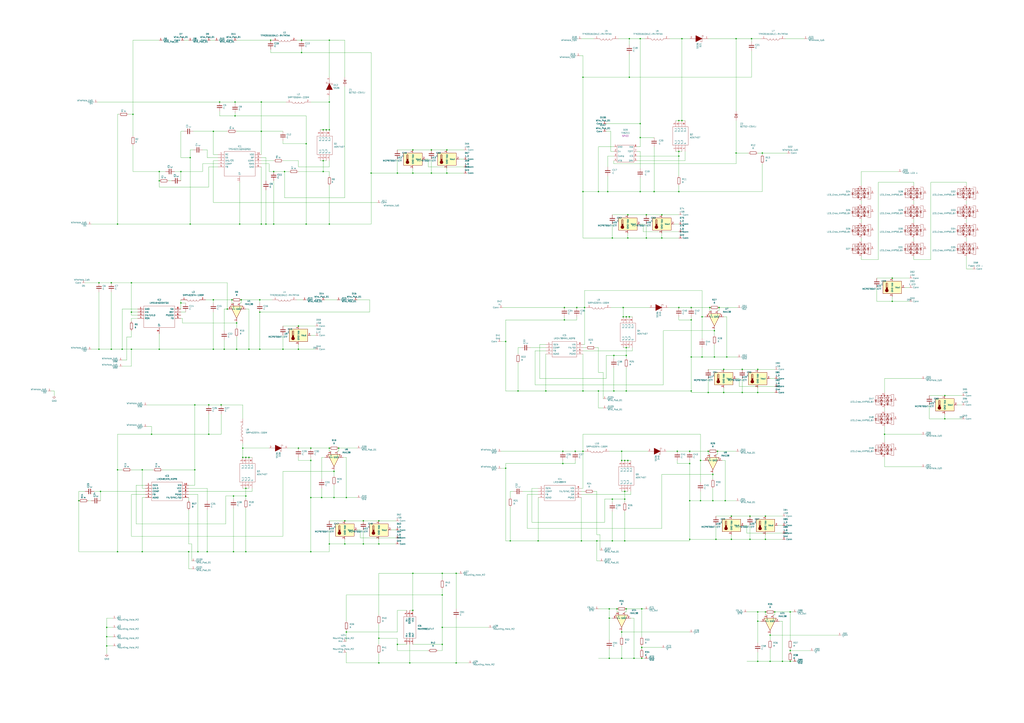
<source format=kicad_sch>
(kicad_sch (version 20211123) (generator eeschema)
  (paper "A1")
  (junction (at 525.78 157.48))
  (junction (at 566.42 443.23))
  (junction (at 298.45 427.99))
  (junction (at 622.3 303.53))
  (junction (at 511.81 260.35))
  (junction (at 491.49 157.48))
  (junction (at 600.71 424.18))
  (junction (at 214.63 184.15))
  (junction (at 363.22 529.59))
  (junction (at 232.41 287.02))
  (junction (at 298.45 447.04))
  (junction (at 595.63 411.48))
  (junction (at 415.29 280.67))
  (junction (at 311.15 427.99))
  (junction (at 513.08 403.86))
  (junction (at 515.62 378.46))
  (junction (at 194.31 287.02))
  (junction (at 585.47 411.48))
  (junction (at 622.3 502.92))
  (junction (at 107.95 232.41))
  (junction (at 520.7 541.02))
  (junction (at 566.42 370.84))
  (junction (at 589.28 370.84))
  (junction (at 156.21 184.15))
  (junction (at 304.8 142.24))
  (junction (at 374.65 544.83))
  (junction (at 87.63 530.86))
  (junction (at 527.05 541.02))
  (junction (at 171.45 356.87))
  (junction (at 224.79 184.15))
  (junction (at 499.11 157.48))
  (junction (at 283.21 447.04))
  (junction (at 515.62 176.53))
  (junction (at 566.42 381))
  (junction (at 530.86 176.53))
  (junction (at 525.78 101.6))
  (junction (at 586.74 293.37))
  (junction (at 274.32 408.94))
  (junction (at 354.33 123.19))
  (junction (at 184.15 287.02))
  (junction (at 590.55 252.73))
  (junction (at 148.59 140.97))
  (junction (at 265.43 132.08))
  (junction (at 339.09 471.17))
  (junction (at 514.35 292.1))
  (junction (at 632.46 543.56))
  (junction (at 557.53 252.73))
  (junction (at 514.35 500.38))
  (junction (at 441.96 444.5))
  (junction (at 336.55 544.83))
  (junction (at 204.47 375.92))
  (junction (at 567.69 262.89))
  (junction (at 278.13 368.3))
  (junction (at 181.61 332.74))
  (junction (at 648.97 543.56))
  (junction (at 506.73 500.38))
  (junction (at 193.04 95.25))
  (junction (at 527.05 532.13))
  (junction (at 201.93 407.67))
  (junction (at 537.21 157.48))
  (junction (at 214.63 83.82))
  (junction (at 124.46 356.87))
  (junction (at 478.79 370.84))
  (junction (at 588.01 443.23))
  (junction (at 201.93 453.39))
  (junction (at 648.97 534.67))
  (junction (at 214.63 107.95))
  (junction (at 224.79 140.97))
  (junction (at 628.65 443.23))
  (junction (at 326.39 529.59))
  (junction (at 363.22 471.17))
  (junction (at 510.54 519.43))
  (junction (at 91.44 232.41))
  (junction (at 617.22 31.75))
  (junction (at 81.28 287.02))
  (junction (at 586.74 271.78))
  (junction (at 514.35 321.31))
  (junction (at 491.49 321.31))
  (junction (at 265.43 106.68))
  (junction (at 326.39 142.24))
  (junction (at 367.03 142.24))
  (junction (at 500.38 541.02))
  (junction (at 530.86 195.58))
  (junction (at 162.56 453.39))
  (junction (at 284.48 408.94))
  (junction (at 180.34 83.82))
  (junction (at 270.51 33.02))
  (junction (at 270.51 106.68))
  (junction (at 156.21 129.54))
  (junction (at 193.04 83.82))
  (junction (at 628.65 502.92))
  (junction (at 87.63 523.24))
  (junction (at 472.44 370.84))
  (junction (at 478.79 321.31))
  (junction (at 576.58 293.37))
  (junction (at 107.95 256.54))
  (junction (at 264.16 408.94))
  (junction (at 567.69 321.31))
  (junction (at 130.81 287.02))
  (junction (at 201.93 401.32))
  (junction (at 267.97 106.68))
  (junction (at 82.55 403.86))
  (junction (at 154.94 453.39))
  (junction (at 510.54 378.46))
  (junction (at 175.26 287.02))
  (junction (at 116.84 386.08))
  (junction (at 199.39 368.3))
  (junction (at 567.69 252.73))
  (junction (at 557.53 124.46))
  (junction (at 642.62 543.56))
  (junction (at 448.31 321.31))
  (junction (at 626.11 125.73))
  (junction (at 233.68 140.97))
  (junction (at 604.52 31.75))
  (junction (at 557.53 99.06))
  (junction (at 107.95 287.02))
  (junction (at 339.09 501.65))
  (junction (at 91.44 287.02))
  (junction (at 556.26 370.84))
  (junction (at 247.65 33.02))
  (junction (at 504.19 292.1))
  (junction (at 582.93 252.73))
  (junction (at 581.66 322.58))
  (junction (at 775.97 344.17))
  (junction (at 247.65 43.18))
  (junction (at 130.81 140.97))
  (junction (at 478.79 157.48))
  (junction (at 510.54 541.02))
  (junction (at 463.55 262.89))
  (junction (at 543.56 176.53))
  (junction (at 339.09 123.19))
  (junction (at 363.22 515.62))
  (junction (at 515.62 195.58))
  (junction (at 245.11 267.97))
  (junction (at 363.22 488.95))
  (junction (at 415.29 384.81))
  (junction (at 213.36 256.54))
  (junction (at 575.31 378.46))
  (junction (at 64.77 411.48))
  (junction (at 175.26 246.38))
  (junction (at 251.46 118.11))
  (junction (at 560.07 99.06))
  (junction (at 567.69 293.37))
  (junction (at 130.81 148.59))
  (junction (at 213.36 246.38))
  (junction (at 255.27 408.94))
  (junction (at 311.15 544.83))
  (junction (at 566.42 411.48))
  (junction (at 100.33 287.02))
  (junction (at 632.46 521.97))
  (junction (at 732.79 247.65))
  (junction (at 732.79 228.6))
  (junction (at 190.5 246.38))
  (junction (at 213.36 287.02))
  (junction (at 477.52 444.5))
  (junction (at 557.53 157.48))
  (junction (at 245.11 368.3))
  (junction (at 594.36 322.58))
  (junction (at 594.36 303.53))
  (junction (at 109.22 93.98))
  (junction (at 283.21 427.99))
  (junction (at 311.15 524.51))
  (junction (at 199.39 375.92))
  (junction (at 222.25 33.02))
  (junction (at 218.44 184.15))
  (junction (at 116.84 453.39))
  (junction (at 204.47 287.02))
  (junction (at 636.27 502.92))
  (junction (at 194.31 265.43))
  (junction (at 284.48 519.43))
  (junction (at 311.15 447.04))
  (junction (at 419.1 444.5))
  (junction (at 502.92 444.5))
  (junction (at 648.97 502.92))
  (junction (at 576.58 260.35))
  (junction (at 510.54 370.84))
  (junction (at 463.55 252.73))
  (junction (at 274.32 387.35))
  (junction (at 502.92 195.58))
  (junction (at 615.95 424.18))
  (junction (at 513.08 444.5))
  (junction (at 500.38 500.38))
  (junction (at 480.06 252.73))
  (junction (at 270.51 368.3))
  (junction (at 198.12 246.38))
  (junction (at 473.71 252.73))
  (junction (at 775.97 325.12))
  (junction (at 622.3 510.54))
  (junction (at 374.65 471.17))
  (junction (at 500.38 508))
  (junction (at 557.53 128.27))
  (junction (at 527.05 500.38))
  (junction (at 516.89 31.75))
  (junction (at 201.93 375.92))
  (junction (at 171.45 332.74))
  (junction (at 575.31 411.48))
  (junction (at 622.3 543.56))
  (junction (at 255.27 368.3))
  (junction (at 514.35 285.75))
  (junction (at 726.44 356.87))
  (junction (at 425.45 321.31))
  (junction (at 81.28 232.41))
  (junction (at 585.47 389.89))
  (junction (at 96.52 453.39))
  (junction (at 600.71 443.23))
  (junction (at 96.52 386.08))
  (junction (at 490.22 444.5))
  (junction (at 354.33 142.24))
  (junction (at 609.6 322.58))
  (junction (at 96.52 184.15))
  (junction (at 175.26 107.95))
  (junction (at 478.79 63.5))
  (junction (at 609.6 303.53))
  (junction (at 251.46 184.15))
  (junction (at 525.78 31.75))
  (junction (at 186.69 254))
  (junction (at 87.63 515.62))
  (junction (at 525.78 113.03))
  (junction (at 596.9 293.37))
  (junction (at 516.89 63.5))
  (junction (at 462.28 370.84))
  (junction (at 615.95 443.23))
  (junction (at 270.51 447.04))
  (junction (at 339.09 142.24))
  (junction (at 622.3 322.58))
  (junction (at 502.92 410.21))
  (junction (at 196.85 184.15))
  (junction (at 191.77 453.39))
  (junction (at 160.02 386.08))
  (junction (at 513.08 378.46))
  (junction (at 148.59 248.92))
  (junction (at 513.08 410.21))
  (junction (at 270.51 83.82))
  (junction (at 560.07 31.75))
  (junction (at 462.28 381))
  (junction (at 604.52 125.73))
  (junction (at 265.43 140.97))
  (junction (at 581.66 370.84))
  (junction (at 511.81 252.73))
  (junction (at 270.51 184.15))
  (junction (at 255.27 378.46))
  (junction (at 543.56 195.58))
  (junction (at 255.27 453.39))
  (junction (at 170.18 453.39))
  (junction (at 516.89 260.35))
  (junction (at 245.11 287.02))
  (junction (at 514.35 260.35))
  (junction (at 160.02 332.74))
  (junction (at 504.19 321.31))
  (junction (at 628.65 424.18))
  (junction (at 191.77 407.67))
  (junction (at 367.03 123.19))
  (wire (pts (xy 251.46 184.15) (xy 224.79 184.15)))
  (wire (pts (xy 130.81 148.59) (xy 130.81 153.67)))
  (wire (pts (xy 581.66 31.75) (xy 604.52 31.75)))
  (wire (pts (xy 124.46 350.52) (xy 124.46 356.87)))
  (wire (pts (xy 265.43 140.97) (xy 270.51 140.97)))
  (wire (pts (xy 214.63 83.82) (xy 234.95 83.82)))
  (wire (pts (xy 742.95 236.22) (xy 746.76 236.22)))
  (wire (pts (xy 502.92 176.53) (xy 515.62 176.53)))
  (wire (pts (xy 270.51 140.97) (xy 270.51 144.78)))
  (wire (pts (xy 158.75 123.19) (xy 156.21 123.19)))
  (wire (pts (xy 201.93 375.92) (xy 204.47 375.92)))
  (wire (pts (xy 500.38 508) (xy 500.38 500.38)))
  (wire (pts (xy 750.57 165.1) (xy 750.57 167.64)))
  (wire (pts (xy 622.3 510.54) (xy 622.3 502.92)))
  (wire (pts (xy 566.42 444.5) (xy 513.08 444.5)))
  (wire (pts (xy 527.05 541.02) (xy 529.59 541.02)))
  (wire (pts (xy 604.52 311.15) (xy 607.06 311.15)))
  (wire (pts (xy 193.04 95.25) (xy 251.46 95.25)))
  (wire (pts (xy 543.56 176.53) (xy 557.53 176.53)))
  (wire (pts (xy 562.61 132.08) (xy 562.61 124.46)))
  (wire (pts (xy 504.19 120.65) (xy 491.49 120.65)))
  (wire (pts (xy 504.19 134.62) (xy 604.52 134.62)))
  (wire (pts (xy 201.93 254) (xy 204.47 254)))
  (wire (pts (xy 567.69 293.37) (xy 576.58 293.37)))
  (wire (pts (xy 648.97 533.4) (xy 648.97 534.67)))
  (wire (pts (xy 523.24 132.08) (xy 562.61 132.08)))
  (wire (pts (xy 69.85 232.41) (xy 81.28 232.41)))
  (wire (pts (xy 726.44 356.87) (xy 726.44 363.22)))
  (wire (pts (xy 218.44 148.59) (xy 218.44 129.54)))
  (wire (pts (xy 589.28 373.38) (xy 589.28 370.84)))
  (wire (pts (xy 186.69 254) (xy 186.69 232.41)))
  (wire (pts (xy 415.29 384.81) (xy 415.29 444.5)))
  (wire (pts (xy 326.39 529.59) (xy 326.39 524.51)))
  (wire (pts (xy 412.75 252.73) (xy 463.55 252.73)))
  (wire (pts (xy 478.79 283.21) (xy 480.06 283.21)))
  (wire (pts (xy 763.27 332.74) (xy 763.27 344.17)))
  (wire (pts (xy 707.39 195.58) (xy 707.39 198.12)))
  (wire (pts (xy 326.39 524.51) (xy 311.15 524.51)))
  (wire (pts (xy 502.92 184.15) (xy 502.92 195.58)))
  (wire (pts (xy 499.11 128.27) (xy 499.11 137.16)))
  (wire (pts (xy 581.66 322.58) (xy 567.69 322.58)))
  (wire (pts (xy 500.38 525.78) (xy 500.38 508)))
  (wire (pts (xy 311.15 505.46) (xy 311.15 471.17)))
  (wire (pts (xy 478.79 290.83) (xy 478.79 321.31)))
  (wire (pts (xy 707.39 165.1) (xy 707.39 167.64)))
  (wire (pts (xy 557.53 128.27) (xy 557.53 144.78)))
  (wire (pts (xy 628.65 505.46) (xy 628.65 502.92)))
  (wire (pts (xy 207.01 403.86) (xy 207.01 401.32)))
  (wire (pts (xy 185.42 407.67) (xy 191.77 407.67)))
  (wire (pts (xy 87.63 515.62) (xy 92.71 515.62)))
  (wire (pts (xy 553.72 184.15) (xy 557.53 184.15)))
  (wire (pts (xy 201.93 417.83) (xy 201.93 453.39)))
  (wire (pts (xy 374.65 544.83) (xy 384.81 544.83)))
  (wire (pts (xy 567.69 321.31) (xy 514.35 321.31)))
  (wire (pts (xy 491.49 157.48) (xy 499.11 157.48)))
  (wire (pts (xy 321.31 435.61) (xy 325.12 435.61)))
  (wire (pts (xy 756.92 356.87) (xy 726.44 356.87)))
  (wire (pts (xy 607.06 317.5) (xy 636.27 317.5)))
  (wire (pts (xy 491.49 285.75) (xy 491.49 306.07)))
  (wire (pts (xy 566.42 411.48) (xy 566.42 443.23)))
  (wire (pts (xy 196.85 149.86) (xy 196.85 184.15)))
  (wire (pts (xy 220.98 140.97) (xy 224.79 140.97)))
  (wire (pts (xy 504.19 292.1) (xy 514.35 292.1)))
  (wire (pts (xy 594.36 318.77) (xy 594.36 322.58)))
  (wire (pts (xy 707.39 210.82) (xy 707.39 213.36)))
  (wire (pts (xy 265.43 132.08) (xy 267.97 132.08)))
  (wire (pts (xy 82.55 403.86) (xy 119.38 403.86)))
  (wire (pts (xy 245.11 378.46) (xy 255.27 378.46)))
  (wire (pts (xy 107.95 261.62) (xy 107.95 264.16)))
  (wire (pts (xy 96.52 386.08) (xy 96.52 453.39)))
  (wire (pts (xy 233.68 140.97) (xy 233.68 162.56)))
  (wire (pts (xy 523.24 128.27) (xy 557.53 128.27)))
  (wire (pts (xy 584.2 255.27) (xy 582.93 255.27)))
  (wire (pts (xy 448.31 288.29) (xy 439.42 288.29)))
  (wire (pts (xy 567.69 252.73) (xy 582.93 252.73)))
  (wire (pts (xy 439.42 288.29) (xy 439.42 316.23)))
  (wire (pts (xy 594.36 303.53) (xy 609.6 303.53)))
  (wire (pts (xy 544.83 316.23) (xy 544.83 271.78)))
  (wire (pts (xy 191.77 407.67) (xy 201.93 407.67)))
  (wire (pts (xy 224.79 148.59) (xy 224.79 184.15)))
  (wire (pts (xy 363.22 488.95) (xy 363.22 515.62)))
  (wire (pts (xy 194.31 269.24) (xy 194.31 265.43)))
  (wire (pts (xy 311.15 427.99) (xy 325.12 427.99)))
  (wire (pts (xy 763.27 325.12) (xy 775.97 325.12)))
  (wire (pts (xy 477.52 444.5) (xy 441.96 444.5)))
  (wire (pts (xy 222.25 43.18) (xy 247.65 43.18)))
  (wire (pts (xy 107.95 287.02) (xy 130.81 287.02)))
  (wire (pts (xy 284.48 518.16) (xy 284.48 519.43)))
  (wire (pts (xy 185.42 407.67) (xy 185.42 430.53)))
  (wire (pts (xy 504.19 132.08) (xy 504.19 134.62)))
  (wire (pts (xy 170.18 123.19) (xy 170.18 129.54)))
  (wire (pts (xy 478.79 157.48) (xy 491.49 157.48)))
  (wire (pts (xy 628.65 424.18) (xy 642.62 424.18)))
  (wire (pts (xy 525.78 113.03) (xy 525.78 120.65)))
  (wire (pts (xy 527.05 500.38) (xy 527.05 523.24)))
  (wire (pts (xy 270.51 33.02) (xy 270.51 63.5)))
  (wire (pts (xy 720.09 236.22) (xy 720.09 247.65)))
  (wire (pts (xy 401.32 515.62) (xy 363.22 515.62)))
  (wire (pts (xy 632.46 543.56) (xy 642.62 543.56)))
  (wire (pts (xy 87.63 508) (xy 92.71 508)))
  (wire (pts (xy 510.54 370.84) (xy 510.54 378.46)))
  (wire (pts (xy 525.78 101.6) (xy 525.78 113.03)))
  (wire (pts (xy 502.92 420.37) (xy 502.92 444.5)))
  (wire (pts (xy 581.66 322.58) (xy 594.36 322.58)))
  (wire (pts (xy 590.55 255.27) (xy 590.55 252.73)))
  (wire (pts (xy 478.79 63.5) (xy 516.89 63.5)))
  (wire (pts (xy 158.75 107.95) (xy 175.26 107.95)))
  (wire (pts (xy 527.05 500.38) (xy 529.59 500.38)))
  (wire (pts (xy 218.44 129.54) (xy 214.63 129.54)))
  (wire (pts (xy 617.22 31.75) (xy 617.22 34.29)))
  (wire (pts (xy 543.56 195.58) (xy 557.53 195.58)))
  (wire (pts (xy 648.97 534.67) (xy 648.97 535.94)))
  (wire (pts (xy 604.52 134.62) (xy 604.52 125.73)))
  (wire (pts (xy 480.06 238.76) (xy 480.06 252.73)))
  (wire (pts (xy 588.01 443.23) (xy 600.71 443.23)))
  (wire (pts (xy 283.21 447.04) (xy 298.45 447.04)))
  (wire (pts (xy 186.69 232.41) (xy 107.95 232.41)))
  (wire (pts (xy 91.44 287.02) (xy 100.33 287.02)))
  (wire (pts (xy 786.13 332.74) (xy 789.94 332.74)))
  (wire (pts (xy 116.84 401.32) (xy 116.84 386.08)))
  (wire (pts (xy 107.95 256.54) (xy 113.03 256.54)))
  (wire (pts (xy 154.94 467.36) (xy 154.94 453.39)))
  (wire (pts (xy 411.48 370.84) (xy 462.28 370.84)))
  (wire (pts (xy 516.89 44.45) (xy 516.89 63.5)))
  (wire (pts (xy 622.3 322.58) (xy 636.27 322.58)))
  (wire (pts (xy 284.48 535.94) (xy 284.48 544.83)))
  (wire (pts (xy 575.31 403.86) (xy 575.31 411.48)))
  (wire (pts (xy 756.92 311.15) (xy 726.44 311.15)))
  (wire (pts (xy 585.47 401.32) (xy 585.47 411.48)))
  (wire (pts (xy 576.58 238.76) (xy 480.06 238.76)))
  (wire (pts (xy 326.39 534.67) (xy 326.39 529.59)))
  (wire (pts (xy 750.57 149.86) (xy 750.57 152.4)))
  (wire (pts (xy 513.08 403.86) (xy 513.08 410.21)))
  (wire (pts (xy 100.33 254) (xy 100.33 287.02)))
  (wire (pts (xy 595.63 411.48) (xy 604.52 411.48)))
  (wire (pts (xy 171.45 332.74) (xy 181.61 332.74)))
  (wire (pts (xy 567.69 262.89) (xy 567.69 293.37)))
  (wire (pts (xy 491.49 541.02) (xy 500.38 541.02)))
  (wire (pts (xy 632.46 525.78) (xy 632.46 521.97)))
  (wire (pts (xy 441.96 406.4) (xy 433.07 406.4)))
  (wire (pts (xy 87.63 523.24) (xy 92.71 523.24)))
  (wire (pts (xy 107.95 406.4) (xy 119.38 406.4)))
  (wire (pts (xy 69.85 403.86) (xy 64.77 403.86)))
  (wire (pts (xy 116.84 408.94) (xy 116.84 453.39)))
  (wire (pts (xy 243.84 33.02) (xy 247.65 33.02)))
  (wire (pts (xy 100.33 295.91) (xy 104.14 295.91)))
  (wire (pts (xy 251.46 118.11) (xy 251.46 184.15)))
  (wire (pts (xy 472.44 378.46) (xy 472.44 381)))
  (wire (pts (xy 224.79 184.15) (xy 218.44 184.15)))
  (wire (pts (xy 284.48 510.54) (xy 284.48 488.95)))
  (wire (pts (xy 433.07 434.34) (xy 543.56 434.34)))
  (wire (pts (xy 293.37 246.38) (xy 303.53 246.38)))
  (wire (pts (xy 109.22 119.38) (xy 109.22 140.97)))
  (wire (pts (xy 295.91 441.96) (xy 325.12 441.96)))
  (wire (pts (xy 463.55 262.89) (xy 415.29 262.89)))
  (wire (pts (xy 764.54 213.36) (xy 764.54 149.86)))
  (wire (pts (xy 490.22 444.5) (xy 502.92 444.5)))
  (wire (pts (xy 609.6 303.53) (xy 622.3 303.53)))
  (wire (pts (xy 74.93 184.15) (xy 96.52 184.15)))
  (wire (pts (xy 626.11 157.48) (xy 557.53 157.48)))
  (wire (pts (xy 245.11 375.92) (xy 245.11 378.46)))
  (wire (pts (xy 596.9 293.37) (xy 605.79 293.37)))
  (wire (pts (xy 309.88 166.37) (xy 175.26 166.37)))
  (wire (pts (xy 478.79 401.32) (xy 478.79 370.84)))
  (wire (pts (xy 593.09 378.46) (xy 595.63 378.46)))
  (wire (pts (xy 180.34 91.44) (xy 180.34 95.25)))
  (wire (pts (xy 490.22 403.86) (xy 490.22 439.42)))
  (wire (pts (xy 632.46 521.97) (xy 688.34 521.97)))
  (wire (pts (xy 530.86 176.53) (xy 543.56 176.53)))
  (wire (pts (xy 180.34 95.25) (xy 193.04 95.25)))
  (wire (pts (xy 251.46 95.25) (xy 251.46 118.11)))
  (wire (pts (xy 622.3 535.94) (xy 622.3 543.56)))
  (wire (pts (xy 425.45 285.75) (xy 425.45 290.83)))
  (wire (pts (xy 270.51 427.99) (xy 283.21 427.99)))
  (wire (pts (xy 518.16 406.4) (xy 518.16 403.86)))
  (wire (pts (xy 491.49 335.28) (xy 491.49 321.31)))
  (wire (pts (xy 523.24 124.46) (xy 525.78 124.46)))
  (wire (pts (xy 566.42 370.84) (xy 581.66 370.84)))
  (wire (pts (xy 148.59 256.54) (xy 152.4 256.54)))
  (wire (pts (xy 557.53 152.4) (xy 557.53 157.48)))
  (wire (pts (xy 218.44 184.15) (xy 214.63 184.15)))
  (wire (pts (xy 510.54 370.84) (xy 532.13 370.84)))
  (wire (pts (xy 170.18 129.54) (xy 179.07 129.54)))
  (wire (pts (xy 557.53 260.35) (xy 557.53 262.89)))
  (wire (pts (xy 491.49 120.65) (xy 491.49 157.48)))
  (wire (pts (xy 334.01 529.59) (xy 326.39 529.59)))
  (wire (pts (xy 638.81 431.8) (xy 642.62 431.8)))
  (wire (pts (xy 64.77 453.39) (xy 96.52 453.39)))
  (wire (pts (xy 107.95 300.99) (xy 107.95 287.02)))
  (wire (pts (xy 201.93 401.32) (xy 201.93 407.67)))
  (wire (pts (xy 557.53 124.46) (xy 557.53 128.27)))
  (wire (pts (xy 566.42 443.23) (xy 588.01 443.23)))
  (wire (pts (xy 513.08 444.5) (xy 502.92 444.5)))
  (wire (pts (xy 171.45 356.87) (xy 124.46 356.87)))
  (wire (pts (xy 632.46 520.7) (xy 632.46 521.97)))
  (wire (pts (xy 175.26 127) (xy 179.07 127)))
  (wire (pts (xy 720.09 228.6) (xy 732.79 228.6)))
  (wire (pts (xy 270.51 106.68) (xy 267.97 106.68)))
  (wire (pts (xy 339.09 123.19) (xy 354.33 123.19)))
  (wire (pts (xy 419.1 416.56) (xy 419.1 444.5)))
  (wire (pts (xy 186.69 107.95) (xy 175.26 107.95)))
  (wire (pts (xy 567.69 322.58) (xy 567.69 321.31)))
  (wire (pts (xy 514.35 260.35) (xy 516.89 260.35)))
  (wire (pts (xy 148.59 254) (xy 148.59 248.92)))
  (wire (pts (xy 419.1 403.86) (xy 419.1 408.94)))
  (wire (pts (xy 511.81 285.75) (xy 514.35 285.75)))
  (wire (pts (xy 100.33 300.99) (xy 107.95 300.99)))
  (wire (pts (xy 274.32 408.94) (xy 284.48 408.94)))
  (wire (pts (xy 148.59 248.92) (xy 152.4 248.92)))
  (wire (pts (xy 543.56 389.89) (xy 585.47 389.89)))
  (wire (pts (xy 566.42 381) (xy 566.42 411.48)))
  (wire (pts (xy 311.15 471.17) (xy 339.09 471.17)))
  (wire (pts (xy 270.51 184.15) (xy 251.46 184.15)))
  (wire (pts (xy 491.49 321.31) (xy 504.19 321.31)))
  (wire (pts (xy 367.03 142.24) (xy 381 142.24)))
  (wire (pts (xy 617.22 31.75) (xy 624.84 31.75)))
  (wire (pts (xy 527.05 530.86) (xy 527.05 532.13)))
  (wire (pts (xy 492.76 461.01) (xy 490.22 461.01)))
  (wire (pts (xy 236.22 368.3) (xy 245.11 368.3)))
  (wire (pts (xy 156.21 129.54) (xy 156.21 184.15)))
  (wire (pts (xy 500.38 370.84) (xy 510.54 370.84)))
  (wire (pts (xy 609.6 322.58) (xy 622.3 322.58)))
  (wire (pts (xy 443.23 311.15) (xy 497.84 311.15)))
  (wire (pts (xy 91.44 287.02) (xy 81.28 287.02)))
  (wire (pts (xy 415.29 262.89) (xy 415.29 280.67)))
  (wire (pts (xy 339.09 471.17) (xy 339.09 501.65)))
  (wire (pts (xy 181.61 340.36) (xy 181.61 356.87)))
  (wire (pts (xy 516.89 63.5) (xy 617.22 63.5)))
  (wire (pts (xy 510.54 519.43) (xy 566.42 519.43)))
  (wire (pts (xy 255.27 453.39) (xy 201.93 453.39)))
  (wire (pts (xy 107.95 259.08) (xy 107.95 256.54)))
  (wire (pts (xy 411.48 280.67) (xy 415.29 280.67)))
  (wire (pts (xy 501.65 252.73) (xy 511.81 252.73)))
  (wire (pts (xy 213.36 246.38) (xy 223.52 246.38)))
  (wire (pts (xy 513.08 378.46) (xy 515.62 378.46)))
  (wire (pts (xy 374.65 471.17) (xy 377.19 471.17)))
  (wire (pts (xy 213.36 246.38) (xy 213.36 248.92)))
  (wire (pts (xy 87.63 515.62) (xy 87.63 523.24)))
  (wire (pts (xy 527.05 532.13) (xy 543.56 532.13)))
  (wire (pts (xy 560.07 31.75) (xy 560.07 99.06)))
  (wire (pts (xy 87.63 530.86) (xy 92.71 530.86)))
  (wire (pts (xy 113.03 254) (xy 100.33 254)))
  (wire (pts (xy 80.01 83.82) (xy 180.34 83.82)))
  (wire (pts (xy 194.31 276.86) (xy 194.31 287.02)))
  (wire (pts (xy 271.78 370.84) (xy 270.51 370.84)))
  (wire (pts (xy 411.48 384.81) (xy 415.29 384.81)))
  (wire (pts (xy 175.26 132.08) (xy 179.07 132.08)))
  (wire (pts (xy 462.28 378.46) (xy 462.28 381)))
  (wire (pts (xy 478.79 63.5) (xy 478.79 157.48)))
  (wire (pts (xy 311.15 443.23) (xy 311.15 447.04)))
  (wire (pts (xy 160.02 332.74) (xy 171.45 332.74)))
  (wire (pts (xy 508 502.92) (xy 506.73 502.92)))
  (wire (pts (xy 204.47 254) (xy 204.47 287.02)))
  (wire (pts (xy 576.58 260.35) (xy 576.58 238.76)))
  (wire (pts (xy 510.54 518.16) (xy 510.54 519.43)))
  (wire (pts (xy 477.52 406.4) (xy 518.16 406.4)))
  (wire (pts (xy 477.52 408.94) (xy 477.52 444.5)))
  (wire (pts (xy 576.58 260.35) (xy 579.12 260.35)))
  (wire (pts (xy 525.78 184.15) (xy 528.32 184.15)))
  (wire (pts (xy 113.03 259.08) (xy 107.95 259.08)))
  (wire (pts (xy 543.56 191.77) (xy 543.56 195.58)))
  (wire (pts (xy 245.11 137.16) (xy 245.11 132.08)))
  (wire (pts (xy 87.63 523.24) (xy 87.63 530.86)))
  (wire (pts (xy 750.57 195.58) (xy 750.57 198.12)))
  (wire (pts (xy 218.44 156.21) (xy 218.44 184.15)))
  (wire (pts (xy 363.22 534.67) (xy 363.22 529.59)))
  (wire (pts (xy 575.31 378.46) (xy 577.85 378.46)))
  (wire (pts (xy 492.76 439.42) (xy 492.76 452.12)))
  (wire (pts (xy 575.31 411.48) (xy 585.47 411.48)))
  (wire (pts (xy 232.41 267.97) (xy 245.11 267.97)))
  (wire (pts (xy 74.93 411.48) (xy 72.39 411.48)))
  (wire (pts (xy 478.79 356.87) (xy 478.79 370.84)))
  (wire (pts (xy 96.52 356.87) (xy 96.52 386.08)))
  (wire (pts (xy 604.52 31.75) (xy 617.22 31.75)))
  (wire (pts (xy 311.15 537.21) (xy 311.15 544.83)))
  (wire (pts (xy 622.3 528.32) (xy 622.3 510.54)))
  (wire (pts (xy 119.38 401.32) (xy 116.84 401.32)))
  (wire (pts (xy 264.16 408.94) (xy 274.32 408.94)))
  (wire (pts (xy 213.36 256.54) (xy 213.36 287.02)))
  (wire (pts (xy 443.23 283.21) (xy 443.23 311.15)))
  (wire (pts (xy 198.12 246.38) (xy 213.36 246.38)))
  (wire (pts (xy 707.39 213.36) (xy 721.36 213.36)))
  (wire (pts (xy 600.71 424.18) (xy 615.95 424.18)))
  (wire (pts (xy 274.32 391.16) (xy 274.32 387.35)))
  (wire (pts (xy 311.15 524.51) (xy 311.15 529.59)))
  (wire (pts (xy 339.09 471.17) (xy 363.22 471.17)))
  (wire (pts (xy 576.58 285.75) (xy 576.58 293.37)))
  (wire (pts (xy 326.39 123.19) (xy 339.09 123.19)))
  (wire (pts (xy 750.57 213.36) (xy 764.54 213.36)))
  (wire (pts (xy 284.48 544.83) (xy 311.15 544.83)))
  (wire (pts (xy 497.84 292.1) (xy 504.19 292.1)))
  (wire (pts (xy 628.65 439.42) (xy 628.65 443.23)))
  (wire (pts (xy 87.63 530.86) (xy 87.63 537.21)))
  (wire (pts (xy 175.26 166.37) (xy 175.26 132.08)))
  (wire (pts (xy 462.28 381) (xy 415.29 381)))
  (wire (pts (xy 116.84 386.08) (xy 125.73 386.08)))
  (wire (pts (xy 130.81 140.97) (xy 130.81 148.59)))
  (wire (pts (xy 96.52 93.98) (xy 96.52 184.15)))
  (wire (pts (xy 525.78 31.75) (xy 529.59 31.75)))
  (wire (pts (xy 721.36 149.86) (xy 750.57 149.86)))
  (wire (pts (xy 166.37 140.97) (xy 148.59 140.97)))
  (wire (pts (xy 148.59 248.92) (xy 148.59 246.38)))
  (wire (pts (xy 548.64 252.73) (xy 557.53 252.73)))
  (wire (pts (xy 199.39 368.3) (xy 220.98 368.3)))
  (wire (pts (xy 477.52 403.86) (xy 480.06 403.86)))
  (wire (pts (xy 109.22 33.02) (xy 109.22 93.98)))
  (wire (pts (xy 473.71 260.35) (xy 473.71 262.89)))
  (wire (pts (xy 525.78 146.05) (xy 525.78 157.48)))
  (wire (pts (xy 179.07 134.62) (xy 166.37 134.62)))
  (wire (pts (xy 105.41 93.98) (xy 109.22 93.98)))
  (wire (pts (xy 415.29 280.67) (xy 415.29 321.31)))
  (wire (pts (xy 514.35 292.1) (xy 514.35 294.64)))
  (wire (pts (xy 100.33 287.02) (xy 107.95 287.02)))
  (wire (pts (xy 283.21 33.02) (xy 270.51 33.02)))
  (wire (pts (xy 500.38 533.4) (xy 500.38 541.02)))
  (wire (pts (xy 622.3 543.56) (xy 632.46 543.56)))
  (wire (pts (xy 582.93 255.27) (xy 582.93 252.73)))
  (wire (pts (xy 245.11 267.97) (xy 259.08 267.97)))
  (wire (pts (xy 525.78 113.03) (xy 537.21 113.03)))
  (wire (pts (xy 270.51 132.08) (xy 270.51 137.16)))
  (wire (pts (xy 270.51 453.39) (xy 255.27 453.39)))
  (wire (pts (xy 264.16 393.7) (xy 264.16 375.92)))
  (wire (pts (xy 441.96 408.94) (xy 441.96 444.5)))
  (wire (pts (xy 502.92 410.21) (xy 513.08 410.21)))
  (wire (pts (xy 175.26 246.38) (xy 190.5 246.38)))
  (wire (pts (xy 595.63 378.46) (xy 595.63 411.48)))
  (wire (pts (xy 237.49 140.97) (xy 233.68 140.97)))
  (wire (pts (xy 232.41 387.35) (xy 232.41 440.69)))
  (wire (pts (xy 511.81 252.73) (xy 511.81 260.35)))
  (wire (pts (xy 629.92 505.46) (xy 628.65 505.46)))
  (wire (pts (xy 149.86 261.62) (xy 149.86 265.43)))
  (wire (pts (xy 166.37 123.19) (xy 170.18 123.19)))
  (wire (pts (xy 477.52 31.75) (xy 487.68 31.75)))
  (wire (pts (xy 582.93 373.38) (xy 581.66 373.38)))
  (wire (pts (xy 232.41 118.11) (xy 251.46 118.11)))
  (wire (pts (xy 793.75 165.1) (xy 793.75 167.64)))
  (wire (pts (xy 214.63 132.08) (xy 224.79 132.08)))
  (wire (pts (xy 554.99 99.06) (xy 557.53 99.06)))
  (wire (pts (xy 510.54 530.86) (xy 510.54 541.02)))
  (wire (pts (xy 635 505.46) (xy 636.27 505.46)))
  (wire (pts (xy 270.51 435.61) (xy 270.51 447.04)))
  (wire (pts (xy 191.77 410.21) (xy 191.77 407.67)))
  (wire (pts (xy 336.55 529.59) (xy 336.55 544.83)))
  (wire (pts (xy 283.21 33.02) (xy 283.21 63.5)))
  (wire (pts (xy 588.01 431.8) (xy 588.01 443.23)))
  (wire (pts (xy 196.85 184.15) (xy 156.21 184.15)))
  (wire (pts (xy 775.97 340.36) (xy 775.97 344.17)))
  (wire (pts (xy 213.36 287.02) (xy 232.41 287.02)))
  (wire (pts (xy 726.44 311.15) (xy 726.44 322.58)))
  (wire (pts (xy 636.27 502.92) (xy 648.97 502.92)))
  (wire (pts (xy 500.38 500.38) (xy 506.73 500.38)))
  (wire (pts (xy 220.98 134.62) (xy 220.98 140.97)))
  (wire (pts (xy 499.11 157.48) (xy 525.78 157.48)))
  (wire (pts (xy 311.15 513.08) (xy 311.15 524.51)))
  (wire (pts (xy 194.31 33.02) (xy 222.25 33.02)))
  (wire (pts (xy 64.77 411.48) (xy 64.77 453.39)))
  (wire (pts (xy 514.35 302.26) (xy 514.35 321.31)))
  (wire (pts (xy 586.74 270.51) (xy 586.74 271.78)))
  (wire (pts (xy 284.48 375.92) (xy 284.48 408.94)))
  (wire (pts (xy 298.45 427.99) (xy 311.15 427.99)))
  (wire (pts (xy 490.22 461.01) (xy 490.22 444.5)))
  (wire (pts (xy 255.27 378.46) (xy 255.27 408.94)))
  (wire (pts (xy 520.7 541.02) (xy 527.05 541.02)))
  (wire (pts (xy 514.35 500.38) (xy 527.05 500.38)))
  (wire (pts (xy 119.38 408.94) (xy 116.84 408.94)))
  (wire (pts (xy 377.19 130.81) (xy 381 130.81)))
  (wire (pts (xy 245.11 368.3) (xy 255.27 368.3)))
  (wire (pts (xy 111.76 430.53) (xy 185.42 430.53)))
  (wire (pts (xy 480.06 283.21) (xy 480.06 252.73)))
  (wire (pts (xy 648.97 543.56) (xy 651.51 543.56)))
  (wire (pts (xy 721.36 213.36) (xy 721.36 149.86)))
  (wire (pts (xy 278.13 370.84) (xy 278.13 368.3)))
  (wire (pts (xy 478.79 370.84) (xy 480.06 370.84)))
  (wire (pts (xy 636.27 505.46) (xy 636.27 502.92)))
  (wire (pts (xy 199.39 364.49) (xy 199.39 368.3)))
  (wire (pts (xy 525.78 157.48) (xy 537.21 157.48)))
  (wire (pts (xy 232.41 287.02) (xy 245.11 287.02)))
  (wire (pts (xy 495.3 335.28) (xy 491.49 335.28)))
  (wire (pts (xy 575.31 396.24) (xy 575.31 378.46)))
  (wire (pts (xy 243.84 246.38) (xy 248.92 246.38)))
  (wire (pts (xy 351.79 534.67) (xy 326.39 534.67)))
  (wire (pts (xy 87.63 508) (xy 87.63 515.62)))
  (wire (pts (xy 130.81 33.02) (xy 109.22 33.02)))
  (wire (pts (xy 270.51 152.4) (xy 270.51 184.15)))
  (wire (pts (xy 560.07 99.06) (xy 562.61 99.06)))
  (wire (pts (xy 255.27 408.94) (xy 255.27 453.39)))
  (wire (pts (xy 436.88 429.26) (xy 496.57 429.26)))
  (wire (pts (xy 194.31 107.95) (xy 214.63 107.95)))
  (wire (pts (xy 170.18 401.32) (xy 170.18 411.48)))
  (wire (pts (xy 175.26 287.02) (xy 184.15 287.02)))
  (wire (pts (xy 613.41 438.15) (xy 642.62 438.15)))
  (wire (pts (xy 204.47 375.92) (xy 207.01 375.92)))
  (wire (pts (xy 528.32 190.5) (xy 557.53 190.5)))
  (wire (pts (xy 284.48 519.43) (xy 284.48 527.05)))
  (wire (pts (xy 632.46 311.15) (xy 636.27 311.15)))
  (wire (pts (xy 363.22 529.59) (xy 339.09 529.59)))
  (wire (pts (xy 497.84 101.6) (xy 525.78 101.6)))
  (wire (pts (xy 363.22 515.62) (xy 363.22 529.59)))
  (wire (pts (xy 642.62 510.54) (xy 642.62 543.56)))
  (wire (pts (xy 642.62 543.56) (xy 648.97 543.56)))
  (wire (pts (xy 160.02 332.74) (xy 160.02 386.08)))
  (wire (pts (xy 514.35 285.75) (xy 514.35 292.1)))
  (wire (pts (xy 604.52 31.75) (xy 604.52 91.44)))
  (wire (pts (xy 441.96 444.5) (xy 419.1 444.5)))
  (wire (pts (xy 775.97 344.17) (xy 789.94 344.17)))
  (wire (pts (xy 478.79 321.31) (xy 491.49 321.31)))
  (wire (pts (xy 82.55 411.48) (xy 82.55 403.86)))
  (wire (pts (xy 196.85 248.92) (xy 198.12 248.92)))
  (wire (pts (xy 448.31 290.83) (xy 448.31 321.31)))
  (wire (pts (xy 515.62 378.46) (xy 518.16 378.46)))
  (wire (pts (xy 495.3 306.07) (xy 495.3 327.66)))
  (wire (pts (xy 295.91 435.61) (xy 295.91 441.96)))
  (wire (pts (xy 363.22 471.17) (xy 374.65 471.17)))
  (wire (pts (xy 501.65 107.95) (xy 501.65 124.46)))
  (wire (pts (xy 491.49 306.07) (xy 495.3 306.07)))
  (wire (pts (xy 648.97 502.92) (xy 651.51 502.92)))
  (wire (pts (xy 613.41 431.8) (xy 613.41 438.15)))
  (wire (pts (xy 326.39 519.43) (xy 284.48 519.43)))
  (wire (pts (xy 556.26 378.46) (xy 556.26 381)))
  (wire (pts (xy 171.45 340.36) (xy 171.45 356.87)))
  (wire (pts (xy 793.75 210.82) (xy 793.75 220.98)))
  (wire (pts (xy 198.12 248.92) (xy 198.12 246.38)))
  (wire (pts (xy 581.66 373.38) (xy 581.66 370.84)))
  (wire (pts (xy 160.02 386.08) (xy 133.35 386.08)))
  (wire (pts (xy 284.48 408.94) (xy 293.37 408.94)))
  (wire (pts (xy 304.8 142.24) (xy 326.39 142.24)))
  (wire (pts (xy 628.65 443.23) (xy 642.62 443.23)))
  (wire (pts (xy 626.11 125.73) (xy 646.43 125.73)))
  (wire (pts (xy 477.52 444.5) (xy 490.22 444.5)))
  (wire (pts (xy 191.77 453.39) (xy 201.93 453.39)))
  (wire (pts (xy 448.31 321.31) (xy 425.45 321.31)))
  (wire (pts (xy 604.52 125.73) (xy 614.68 125.73)))
  (wire (pts (xy 510.54 541.02) (xy 520.7 541.02)))
  (wire (pts (xy 44.45 321.31) (xy 44.45 325.12)))
  (wire (pts (xy 151.13 107.95) (xy 148.59 107.95)))
  (wire (pts (xy 199.39 401.32) (xy 201.93 401.32)))
  (wire (pts (xy 214.63 137.16) (xy 214.63 184.15)))
  (wire (pts (xy 525.78 31.75) (xy 525.78 101.6)))
  (wire (pts (xy 154.94 447.04) (xy 157.48 447.04)))
  (wire (pts (xy 303.53 246.38) (xy 303.53 256.54)))
  (wire (pts (xy 184.15 279.4) (xy 184.15 287.02)))
  (wire (pts (xy 245.11 283.21) (xy 245.11 287.02)))
  (wire (pts (xy 500.38 541.02) (xy 510.54 541.02)))
  (wire (pts (xy 525.78 120.65) (xy 523.24 120.65)))
  (wire (pts (xy 111.76 398.78) (xy 111.76 430.53)))
  (wire (pts (xy 278.13 368.3) (xy 293.37 368.3)))
  (wire (pts (xy 91.44 232.41) (xy 81.28 232.41)))
  (wire (pts (xy 502.92 412.75) (xy 502.92 410.21)))
  (wire (pts (xy 162.56 406.4) (xy 162.56 453.39)))
  (wire (pts (xy 594.36 322.58) (xy 609.6 322.58)))
  (wire (pts (xy 359.41 534.67) (xy 363.22 534.67)))
  (wire (pts (xy 648.97 534.67) (xy 665.48 534.67)))
  (wire (pts (xy 530.86 184.15) (xy 530.86 195.58)))
  (wire (pts (xy 750.57 210.82) (xy 750.57 213.36)))
  (wire (pts (xy 336.55 544.83) (xy 374.65 544.83)))
  (wire (pts (xy 214.63 184.15) (xy 196.85 184.15)))
  (wire (pts (xy 615.95 443.23) (xy 628.65 443.23)))
  (wire (pts (xy 245.11 287.02) (xy 259.08 287.02)))
  (wire (pts (xy 421.64 403.86) (xy 419.1 403.86)))
  (wire (pts (xy 525.78 124.46) (xy 525.78 138.43)))
  (wire (pts (xy 339.09 138.43) (xy 339.09 142.24)))
  (wire (pts (xy 265.43 132.08) (xy 265.43 140.97)))
  (wire (pts (xy 463.55 260.35) (xy 463.55 262.89)))
  (wire (pts (xy 491.49 500.38) (xy 500.38 500.38)))
  (wire (pts (xy 154.94 419.1) (xy 154.94 447.04)))
  (wire (pts (xy 116.84 453.39) (xy 154.94 453.39)))
  (wire (pts (xy 513.08 420.37) (xy 513.08 444.5)))
  (wire (pts (xy 304.8 142.24) (xy 304.8 184.15)))
  (wire (pts (xy 448.31 283.21) (xy 443.23 283.21)))
  (wire (pts (xy 199.39 375.92) (xy 201.93 375.92)))
  (wire (pts (xy 793.75 195.58) (xy 793.75 198.12)))
  (wire (pts (xy 707.39 140.97) (xy 707.39 152.4)))
  (wire (pts (xy 171.45 153.67) (xy 171.45 137.16)))
  (wire (pts (xy 478.79 157.48) (xy 478.79 195.58)))
  (wire (pts (xy 255.27 275.59) (xy 259.08 275.59)))
  (wire (pts (xy 590.55 252.73) (xy 605.79 252.73)))
  (wire (pts (xy 613.41 543.56) (xy 622.3 543.56)))
  (wire (pts (xy 519.43 288.29) (xy 519.43 285.75)))
  (wire (pts (xy 514.35 285.75) (xy 516.89 285.75)))
  (wire (pts (xy 513.08 502.92) (xy 514.35 502.92)))
  (wire (pts (xy 264.16 375.92) (xy 266.7 375.92)))
  (wire (pts (xy 270.51 370.84) (xy 270.51 368.3)))
  (wire (pts (xy 255.27 408.94) (xy 264.16 408.94)))
  (wire (pts (xy 514.35 321.31) (xy 504.19 321.31)))
  (wire (pts (xy 194.31 264.16) (xy 194.31 265.43)))
  (wire (pts (xy 326.39 142.24) (xy 339.09 142.24)))
  (wire (pts (xy 472.44 381) (xy 462.28 381)))
  (wire (pts (xy 732.79 243.84) (xy 732.79 247.65)))
  (wire (pts (xy 298.45 447.04) (xy 311.15 447.04)))
  (wire (pts (xy 622.3 303.53) (xy 636.27 303.53)))
  (wire (pts (xy 491.49 285.75) (xy 488.95 285.75)))
  (wire (pts (xy 107.95 440.69) (xy 107.95 406.4)))
  (wire (pts (xy 473.71 262.89) (xy 463.55 262.89)))
  (wire (pts (xy 140.97 148.59) (xy 138.43 148.59)))
  (wire (pts (xy 91.44 240.03) (xy 91.44 287.02)))
  (wire (pts (xy 439.42 316.23) (xy 544.83 316.23)))
  (wire (pts (xy 750.57 180.34) (xy 750.57 182.88)))
  (wire (pts (xy 181.61 356.87) (xy 171.45 356.87)))
  (wire (pts (xy 576.58 278.13) (xy 576.58 260.35)))
  (wire (pts (xy 554.99 124.46) (xy 557.53 124.46)))
  (wire (pts (xy 245.11 140.97) (xy 265.43 140.97)))
  (wire (pts (xy 148.59 148.59) (xy 148.59 140.97)))
  (wire (pts (xy 199.39 332.74) (xy 181.61 332.74)))
  (wire (pts (xy 502.92 195.58) (xy 478.79 195.58)))
  (wire (pts (xy 354.33 142.24) (xy 367.03 142.24)))
  (wire (pts (xy 566.42 411.48) (xy 575.31 411.48)))
  (wire (pts (xy 162.56 453.39) (xy 170.18 453.39)))
  (wire (pts (xy 609.6 311.15) (xy 609.6 322.58)))
  (wire (pts (xy 567.69 260.35) (xy 567.69 262.89)))
  (wire (pts (xy 581.66 303.53) (xy 594.36 303.53)))
  (wire (pts (xy 732.79 247.65) (xy 746.76 247.65)))
  (wire (pts (xy 543.56 434.34) (xy 543.56 389.89)))
  (wire (pts (xy 374.65 508) (xy 374.65 544.83)))
  (wire (pts (xy 107.95 232.41) (xy 107.95 256.54)))
  (wire (pts (xy 91.44 232.41) (xy 107.95 232.41)))
  (wire (pts (xy 707.39 180.34) (xy 707.39 182.88)))
  (wire (pts (xy 349.25 130.81) (xy 351.79 130.81)))
  (wire (pts (xy 247.65 43.18) (xy 304.8 43.18)))
  (wire (pts (xy 148.59 261.62) (xy 149.86 261.62)))
  (wire (pts (xy 255.27 375.92) (xy 255.27 378.46)))
  (wire (pts (xy 732.79 228.6) (xy 746.76 228.6)))
  (wire (pts (xy 473.71 252.73) (xy 480.06 252.73)))
  (wire (pts (xy 184.15 271.78) (xy 184.15 254)))
  (wire (pts (xy 604.52 99.06) (xy 604.52 125.73)))
  (wire (pts (xy 194.31 287.02) (xy 204.47 287.02)))
  (wire (pts (xy 793.75 149.86) (xy 793.75 152.4)))
  (wire (pts (xy 255.27 368.3) (xy 270.51 368.3)))
  (wire (pts (xy 351.79 137.16) (xy 381 137.16)))
  (wire (pts (xy 528.32 184.15) (xy 528.32 190.5)))
  (wire (pts (xy 508 31.75) (xy 516.89 31.75)))
  (wire (pts (xy 600.71 443.23) (xy 615.95 443.23)))
  (wire (pts (xy 100.33 386.08) (xy 96.52 386.08)))
  (wire (pts (xy 130.81 274.32) (xy 130.81 287.02)))
  (wire (pts (xy 214.63 134.62) (xy 220.98 134.62)))
  (wire (pts (xy 367.03 138.43) (xy 367.03 142.24)))
  (wire (pts (xy 478.79 288.29) (xy 519.43 288.29)))
  (wire (pts (xy 270.51 83.82) (xy 270.51 106.68)))
  (wire (pts (xy 626.11 134.62) (xy 626.11 157.48)))
  (wire (pts (xy 336.55 501.65) (xy 339.09 501.65)))
  (wire (pts (xy 537.21 157.48) (xy 557.53 157.48)))
  (wire (pts (xy 245.11 132.08) (xy 232.41 132.08)))
  (wire (pts (xy 560.07 31.75) (xy 566.42 31.75)))
  (wire (pts (xy 270.51 447.04) (xy 283.21 447.04)))
  (wire (pts (xy 109.22 140.97) (xy 130.81 140.97)))
  (wire (pts (xy 581.66 311.15) (xy 581.66 322.58)))
  (wire (pts (xy 435.61 285.75) (xy 448.31 285.75)))
  (wire (pts (xy 594.36 260.35) (xy 596.9 260.35)))
  (wire (pts (xy 557.53 99.06) (xy 560.07 99.06)))
  (wire (pts (xy 626.11 125.73) (xy 626.11 127)))
  (wire (pts (xy 247.65 33.02) (xy 270.51 33.02)))
  (wire (pts (xy 632.46 533.4) (xy 632.46 543.56)))
  (wire (pts (xy 166.37 134.62) (xy 166.37 140.97)))
  (wire (pts (xy 232.41 275.59) (xy 232.41 287.02)))
  (wire (pts (xy 351.79 130.81) (xy 351.79 137.16)))
  (wire (pts (xy 214.63 83.82) (xy 214.63 107.95)))
  (wire (pts (xy 596.9 260.35) (xy 596.9 293.37)))
  (wire (pts (xy 304.8 184.15) (xy 270.51 184.15)))
  (wire (pts (xy 726.44 375.92) (xy 726.44 383.54)))
  (wire (pts (xy 793.75 220.98) (xy 798.83 220.98)))
  (wire (pts (xy 119.38 398.78) (xy 111.76 398.78)))
  (wire (pts (xy 41.91 321.31) (xy 44.45 321.31)))
  (wire (pts (xy 175.26 107.95) (xy 175.26 127)))
  (wire (pts (xy 270.51 137.16) (xy 245.11 137.16)))
  (wire (pts (xy 213.36 256.54) (xy 303.53 256.54)))
  (wire (pts (xy 496.57 410.21) (xy 502.92 410.21)))
  (wire (pts (xy 586.74 293.37) (xy 596.9 293.37)))
  (wire (pts (xy 175.26 256.54) (xy 175.26 287.02)))
  (wire (pts (xy 500.38 508) (xy 502.92 508)))
  (wire (pts (xy 107.95 276.86) (xy 107.95 271.78)))
  (wire (pts (xy 180.34 83.82) (xy 193.04 83.82)))
  (wire (pts (xy 775.97 325.12) (xy 789.94 325.12)))
  (wire (pts (xy 530.86 195.58) (xy 543.56 195.58)))
  (wire (pts (xy 537.21 120.65) (xy 537.21 157.48)))
  (wire (pts (xy 478.79 285.75) (xy 481.33 285.75)))
  (wire (pts (xy 148.59 107.95) (xy 148.59 129.54)))
  (wire (pts (xy 311.15 544.83) (xy 336.55 544.83)))
  (wire (pts (xy 283.21 443.23) (xy 283.21 447.04)))
  (wire (pts (xy 436.88 401.32) (xy 436.88 429.26)))
  (wire (pts (xy 304.8 43.18) (xy 304.8 142.24)))
  (wire (pts (xy 354.33 123.19) (xy 367.03 123.19)))
  (wire (pts (xy 184.15 254) (xy 186.69 254)))
  (wire (pts (xy 104.14 276.86) (xy 107.95 276.86)))
  (wire (pts (xy 199.39 344.17) (xy 199.39 332.74)))
  (wire (pts (xy 557.53 262.89) (xy 567.69 262.89)))
  (wire (pts (xy 472.44 370.84) (xy 478.79 370.84)))
  (wire (pts (xy 516.89 260.35) (xy 519.43 260.35)))
  (wire (pts (xy 232.41 440.69) (xy 107.95 440.69)))
  (wire (pts (xy 171.45 137.16) (xy 179.07 137.16)))
  (wire (pts (xy 556.26 381) (xy 566.42 381)))
  (wire (pts (xy 513.08 403.86) (xy 515.62 403.86)))
  (wire (pts (xy 645.16 31.75) (xy 660.4 31.75)))
  (wire (pts (xy 506.73 502.92) (xy 506.73 500.38)))
  (wire (pts (xy 490.22 403.86) (xy 487.68 403.86)))
  (wire (pts (xy 156.21 123.19) (xy 156.21 129.54)))
  (wire (pts (xy 515.62 176.53) (xy 530.86 176.53)))
  (wire (pts (xy 232.41 387.35) (xy 274.32 387.35)))
  (wire (pts (xy 148.59 140.97) (xy 143.51 140.97)))
  (wire (pts (xy 549.91 31.75) (xy 560.07 31.75)))
  (wire (pts (xy 363.22 471.17) (xy 363.22 476.25)))
  (wire (pts (xy 274.32 386.08) (xy 274.32 387.35)))
  (wire (pts (xy 477.52 401.32) (xy 478.79 401.32)))
  (wire (pts (xy 149.86 265.43) (xy 194.31 265.43)))
  (wire (pts (xy 793.75 180.34) (xy 793.75 182.88)))
  (wire (pts (xy 232.41 115.57) (xy 232.41 118.11)))
  (wire (pts (xy 429.26 403.86) (xy 441.96 403.86)))
  (wire (pts (xy 276.86 370.84) (xy 278.13 370.84)))
  (wire (pts (xy 262.89 106.68) (xy 265.43 106.68)))
  (wire (pts (xy 199.39 368.3) (xy 199.39 375.92)))
  (wire (pts (xy 264.16 401.32) (xy 264.16 408.94)))
  (wire (pts (xy 586.74 275.59) (xy 586.74 271.78)))
  (wire (pts (xy 520.7 508) (xy 520.7 541.02)))
  (wire (pts (xy 193.04 83.82) (xy 193.04 85.09)))
  (wire (pts (xy 547.37 370.84) (xy 556.26 370.84)))
  (wire (pts (xy 172.8562 33.02) (xy 176.6662 33.02)))
  (wire (pts (xy 201.93 407.67) (xy 201.93 410.21)))
  (wire (pts (xy 476.25 45.72) (xy 478.79 45.72)))
  (wire (pts (xy 326.39 130.81) (xy 326.39 142.24)))
  (wire (pts (xy 193.04 83.82) (xy 214.63 83.82)))
  (wire (pts (xy 737.87 140.97) (xy 707.39 140.97)))
  (wire (pts (xy 510.54 403.86) (xy 513.08 403.86)))
  (wire (pts (xy 120.65 350.52) (xy 124.46 350.52)))
  (wire (pts (xy 193.04 92.71) (xy 193.04 95.25)))
  (wire (pts (xy 589.28 255.27) (xy 590.55 255.27)))
  (wire (pts (xy 756.92 383.54) (xy 726.44 383.54)))
  (wire (pts (xy 222.25 40.64) (xy 222.25 43.18)))
  (wire (pts (xy 501.65 107.95) (xy 497.84 107.95)))
  (wire (pts (xy 617.22 41.91) (xy 617.22 63.5)))
  (wire (pts (xy 266.7 246.38) (xy 276.86 246.38)))
  (wire (pts (xy 354.33 130.81) (xy 354.33 142.24)))
  (wire (pts (xy 191.77 248.92) (xy 190.5 248.92)))
  (wire (pts (xy 154.94 398.78) (xy 160.02 398.78)))
  (wire (pts (xy 720.09 247.65) (xy 732.79 247.65)))
  (wire (pts (xy 648.97 502.92) (xy 648.97 525.78)))
  (wire (pts (xy 575.31 378.46) (xy 575.31 356.87)))
  (wire (pts (xy 502.92 195.58) (xy 515.62 195.58)))
  (wire (pts (xy 124.46 356.87) (xy 96.52 356.87)))
  (wire (pts (xy 96.52 453.39) (xy 116.84 453.39)))
  (wire (pts (xy 585.47 388.62) (xy 585.47 389.89)))
  (wire (pts (xy 298.45 435.61) (xy 298.45 447.04)))
  (wire (pts (xy 283.21 427.99) (xy 298.45 427.99)))
  (wire (pts (xy 514.35 502.92) (xy 514.35 500.38)))
  (wire (pts (xy 154.94 453.39) (xy 162.56 453.39)))
  (wire (pts (xy 504.19 302.26) (xy 504.19 321.31)))
  (wire (pts (xy 588.01 373.38) (xy 589.28 373.38)))
  (wire (pts (xy 518.16 508) (xy 520.7 508)))
  (wire (pts (xy 97.79 93.98) (xy 96.52 93.98)))
  (wire (pts (xy 510.54 523.24) (xy 510.54 519.43)))
  (wire (pts (xy 74.93 287.02) (xy 81.28 287.02)))
  (wire (pts (xy 204.47 287.02) (xy 213.36 287.02)))
  (wire (pts (xy 566.42 378.46) (xy 566.42 381)))
  (wire (pts (xy 427.99 285.75) (xy 425.45 285.75)))
  (wire (pts (xy 613.41 502.92) (xy 622.3 502.92)))
  (wire (pts (xy 367.03 123.19) (xy 381 123.19)))
  (wire (pts (xy 151.13 33.02) (xy 154.94 33.02)))
  (wire (pts (xy 515.62 191.77) (xy 515.62 195.58)))
  (wire (pts (xy 154.94 401.32) (xy 170.18 401.32)))
  (wire (pts (xy 556.26 370.84) (xy 566.42 370.84)))
  (wire (pts (xy 585.47 411.48) (xy 595.63 411.48)))
  (wire (pts (xy 544.83 271.78) (xy 586.74 271.78)))
  (wire (pts (xy 311.15 447.04) (xy 325.12 447.04)))
  (wire (pts (xy 463.55 252.73) (xy 473.71 252.73)))
  (wire (pts (xy 160.02 398.78) (xy 160.02 386.08)))
  (wire (pts (xy 496.57 429.26) (xy 496.57 410.21)))
  (wire (pts (xy 233.68 162.56) (xy 283.21 162.56)))
  (wire (pts (xy 425.45 321.31) (xy 415.29 321.31)))
  (wire (pts (xy 190.5 248.92) (xy 190.5 246.38)))
  (wire (pts (xy 247.65 40.64) (xy 247.65 43.18)))
  (wire (pts (xy 566.42 443.23) (xy 566.42 444.5)))
  (wire (pts (xy 557.53 124.46) (xy 560.07 124.46)))
  (wire (pts (xy 339.09 142.24) (xy 354.33 142.24)))
  (wire (pts (xy 622.3 125.73) (xy 626.11 125.73)))
  (wire (pts (xy 607.06 311.15) (xy 607.06 317.5)))
  (wire (pts (xy 270.51 447.04) (xy 270.51 453.39)))
  (wire (pts (xy 480.06 252.73) (xy 481.33 252.73)))
  (wire (pts (xy 516.89 36.83) (xy 516.89 31.75)))
  (wire (pts (xy 222.25 33.02) (xy 223.52 33.02)))
  (wire (pts (xy 478.79 321.31) (xy 448.31 321.31)))
  (wire (pts (xy 274.32 398.78) (xy 274.32 408.94)))
  (wire (pts (xy 622.3 502.92) (xy 628.65 502.92)))
  (wire (pts (xy 433.07 406.4) (xy 433.07 434.34)))
  (wire (pts (xy 585.47 393.7) (xy 585.47 389.89)))
  (wire (pts (xy 363.22 483.87) (xy 363.22 488.95)))
  (wire (pts (xy 425.45 298.45) (xy 425.45 321.31)))
  (wire (pts (xy 81.28 240.03) (xy 81.28 287.02)))
  (wire (pts (xy 162.56 406.4) (xy 154.94 406.4)))
  (wire (pts (xy 764.54 149.86) (xy 793.75 149.86)))
  (wire (pts (xy 622.3 318.77) (xy 622.3 322.58)))
  (wire (pts (xy 283.21 71.12) (xy 283.21 162.56)))
  (wire (pts (xy 113.03 261.62) (xy 107.95 261.62)))
  (wire (pts (xy 557.53 252.73) (xy 567.69 252.73)))
  (wire (pts (xy 157.48 467.36) (xy 154.94 467.36)))
  (wire (pts (xy 233.68 140.97) (xy 224.79 140.97)))
  (wire (pts (xy 513.08 410.21) (xy 513.08 412.75)))
  (wire (pts (xy 201.93 401.32) (xy 204.47 401.32)))
  (wire (pts (xy 265.43 106.68) (xy 267.97 106.68)))
  (wire (pts (xy 109.22 93.98) (xy 109.22 111.76)))
  (wire (pts (xy 157.48 447.04) (xy 157.48 461.01)))
  (wire (pts (xy 726.44 335.28) (xy 726.44 337.82)))
  (wire (pts (xy 82.55 403.86) (xy 77.47 403.86)))
  (wire (pts (xy 615.95 424.18) (xy 628.65 424.18)))
  (wire (pts (xy 527.05 532.13) (xy 527.05 533.4)))
  (wire (pts (xy 589.28 370.84) (xy 604.52 370.84)))
  (wire (pts (xy 575.31 356.87) (xy 478.79 356.87)))
  (wire (pts (xy 96.52 184.15) (xy 156.21 184.15)))
  (wire (pts (xy 154.94 408.94) (xy 154.94 411.48)))
  (wire (pts (xy 255.27 83.82) (xy 270.51 83.82)))
  (wire (pts (xy 120.65 332.74) (xy 160.02 332.74)))
  (wire (pts (xy 107.95 386.08) (xy 116.84 386.08)))
  (wire (pts (xy 130.81 153.67) (xy 171.45 153.67)))
  (wire (pts (xy 441.96 401.32) (xy 436.88 401.32)))
  (wire (pts (xy 170.18 419.1) (xy 170.18 453.39)))
  (wire (pts (xy 135.89 140.97) (xy 130.81 140.97)))
  (wire (pts (xy 284.48 488.95) (xy 363.22 488.95)))
  (wire (pts (xy 511.81 260.35) (xy 514.35 260.35)))
  (wire (pts (xy 326.39 501.65) (xy 326.39 519.43)))
  (wire (pts (xy 293.37 435.61) (xy 295.91 435.61)))
  (wire (pts (xy 516.89 31.75) (xy 525.78 31.75)))
  (wire (pts (xy 374.65 471.17) (xy 374.65 500.38)))
  (wire (pts (xy 478.79 45.72) (xy 478.79 63.5)))
  (wire (pts (xy 640.08 510.54) (xy 642.62 510.54)))
  (wire (pts (xy 504.19 294.64) (xy 504.19 292.1)))
  (wire (pts (xy 499.11 144.78) (xy 499.11 157.48)))
  (wire (pts (xy 763.27 344.17) (xy 775.97 344.17)))
  (wire (pts (xy 104.14 295.91) (xy 104.14 276.86)))
  (wire (pts (xy 504.19 128.27) (xy 499.11 128.27)))
  (wire (pts (xy 214.63 127) (xy 214.63 107.95)))
  (wire (pts (xy 130.81 287.02) (xy 175.26 287.02)))
  (wire (pts (xy 281.94 375.92) (xy 284.48 375.92)))
  (wire (pts (xy 262.89 132.08) (xy 265.43 132.08)))
  (wire (pts (xy 490.22 439.42) (xy 492.76 439.42)))
  (wire (pts (xy 510.54 378.46) (xy 513.08 378.46)))
  (wire (pts (xy 497.84 311.15) (xy 497.84 292.1)))
  (wire (pts (xy 576.58 293.37) (xy 586.74 293.37)))
  (wire (pts (xy 270.51 83.82) (xy 270.51 78.74)))
  (wire (pts (xy 184.15 287.02) (xy 194.31 287.02)))
  (wire (pts (xy 622.3 510.54) (xy 624.84 510.54)))
  (wire (pts (xy 600.71 439.42) (xy 600.71 443.23)))
  (wire (pts (xy 191.77 417.83) (xy 191.77 453.39)))
  (wire (pts (xy 586.74 283.21) (xy 586.74 293.37)))
  (wire (pts (xy 504.19 124.46) (xy 501.65 124.46)))
  (wire (pts (xy 726.44 350.52) (xy 726.44 356.87)))
  (wire (pts (xy 615.95 431.8) (xy 615.95 443.23)))
  (wire (pts (xy 175.26 246.38) (xy 175.26 248.92)))
  (wire (pts (xy 462.28 370.84) (xy 472.44 370.84)))
  (wire (pts (xy 415.29 381) (xy 415.29 384.81)))
  (wire (pts (xy 64.77 403.86) (xy 64.77 411.48)))
  (wire (pts (xy 419.1 444.5) (xy 415.29 444.5)))
  (wire (pts (xy 214.63 107.95) (xy 232.41 107.95)))
  (wire (pts (xy 148.59 129.54) (xy 156.21 129.54)))
  (wire (pts (xy 610.87 431.8) (xy 613.41 431.8)))
  (wire (pts (xy 588.01 424.18) (xy 600.71 424.18)))
  (wire (pts (xy 515.62 195.58) (xy 530.86 195.58)))
  (wire (pts (xy 511.81 252.73) (xy 533.4 252.73)))
  (wire (pts (xy 168.91 246.38) (xy 175.26 246.38)))
  (wire (pts (xy 170.18 453.39) (xy 191.77 453.39)))
  (wire (pts (xy 567.69 293.37) (xy 567.69 321.31)))
  (wire (pts (xy 154.94 403.86) (xy 207.01 403.86)))
  (wire (pts (xy 334.01 501.65) (xy 326.39 501.65)))
  (symbol (lib_id "Main_PCB_001-rescue:TPS40211QDGQRQ1-TPS40211QDGQRQ1") (at 179.07 127 0) (unit 1)
    (property "Reference" "IC1" (at 196.85 120.269 0))
    (property "Value" "TPS40211QDGQRQ1" (at 196.85 122.5804 0))
    (property "Footprint" "libraries:SOP50P490X110-11N" (effects hide))
    (property "Datasheet" "http://www.ti.com/lit/gpn/tps40211-q1" (effects hide))
    (property "Description" "4.5V to 52V Wide Input range current mode boost controller with 260 mV reference voltage" (effects hide))
    (property "Height" "1.1" (effects hide))
    (property "Manufacturer_Name" "Texas Instruments" (effects hide))
    (property "Manufacturer_Part_Number" "TPS40211QDGQRQ1" (effects hide))
    (property "Mouser Part Number" "595-TPS40211QDGQRQ1" (effects hide))
    (property "Mouser Price/Stock" "https://www.mouser.co.uk/ProductDetail/Texas-Instruments/TPS40211QDGQRQ1?qs=XGzIaZb%2FFYKjJ5OLwHPUhQ%3D%3D" (effects hide))
    (property "Arrow Part Number" "TPS40211QDGQRQ1" (effects hide))
    (property "Arrow Price/Stock" "https://www.arrow.com/en/products/tps40211qdgqrq1/texas-instruments?region=nac" (effects hide))
  )
  (symbol (lib_id "Device:R") (at 109.22 115.57 0) (unit 1)
    (property "Reference" "R2" (at 110.998 114.4016 0) (effects (justify left)))
    (property "Value" "R" (at 110.998 116.713 0) (effects (justify left)))
    (property "Footprint" "Resistor_SMD:R_0805_2012Metric_Pad1.20x1.40mm_HandSolder" (effects hide))
  )
  (symbol (lib_id "Device:R") (at 101.6 93.98 90) (unit 1)
    (property "Reference" "R1" (at 100.4316 92.202 0) (effects (justify left)))
    (property "Value" "R" (at 102.743 92.202 0) (effects (justify left)))
    (property "Footprint" "Resistor_SMD:R_0805_2012Metric_Pad1.20x1.40mm_HandSolder" (effects hide))
  )
  (symbol (lib_id "Device:R") (at 228.6 132.08 90) (unit 1)
    (property "Reference" "R6" (at 227.4316 130.302 0) (effects (justify left)))
    (property "Value" "R" (at 229.743 130.302 0) (effects (justify left)))
    (property "Footprint" "Resistor_SMD:R_0805_2012Metric_Pad1.20x1.40mm_HandSolder" (effects hide))
  )
  (symbol (lib_id "Device:R") (at 241.3 140.97 90) (unit 1)
    (property "Reference" "R7" (at 240.1316 139.192 0) (effects (justify left)))
    (property "Value" "R" (at 242.443 139.192 0) (effects (justify left)))
    (property "Footprint" "Resistor_SMD:R_0805_2012Metric_Pad1.20x1.40mm_HandSolder" (effects hide))
  )
  (symbol (lib_id "Device:R") (at 190.5 107.95 90) (unit 1)
    (property "Reference" "R4" (at 189.3316 106.172 0) (effects (justify left)))
    (property "Value" "R" (at 191.643 106.172 0) (effects (justify left)))
    (property "Footprint" "Resistor_SMD:R_0805_2012Metric_Pad1.20x1.40mm_HandSolder" (effects hide))
  )
  (symbol (lib_id "Device:R") (at 270.51 148.59 0) (unit 1)
    (property "Reference" "R8" (at 272.288 147.4216 0) (effects (justify left)))
    (property "Value" "R" (at 272.288 149.733 0) (effects (justify left)))
    (property "Footprint" "Resistor_SMD:R_0805_2012Metric_Pad1.20x1.40mm_HandSolder" (effects hide))
  )
  (symbol (lib_id "Device:C") (at 144.78 148.59 90) (unit 1)
    (property "Reference" "C2" (at 143.6116 145.669 0) (effects (justify left)))
    (property "Value" "C" (at 145.923 145.669 0) (effects (justify left)))
    (property "Footprint" "Capacitor_SMD:C_0805_2012Metric_Pad1.18x1.45mm_HandSolder" (effects hide))
  )
  (symbol (lib_id "Device:R") (at 134.62 148.59 90) (unit 1)
    (property "Reference" "R3" (at 133.4516 146.812 0) (effects (justify left)))
    (property "Value" "R" (at 135.763 146.812 0) (effects (justify left)))
    (property "Footprint" "Resistor_SMD:R_0805_2012Metric_Pad1.20x1.40mm_HandSolder" (effects hide))
  )
  (symbol (lib_id "Device:C") (at 154.94 107.95 90) (unit 1)
    (property "Reference" "C3" (at 153.7716 105.029 0) (effects (justify left)))
    (property "Value" "C" (at 156.083 105.029 0) (effects (justify left)))
    (property "Footprint" "Capacitor_SMD:C_0805_2012Metric_Pad1.18x1.45mm_HandSolder" (effects hide))
  )
  (symbol (lib_id "Device:C") (at 232.41 111.76 0) (unit 1)
    (property "Reference" "C12" (at 235.331 110.5916 0) (effects (justify left)))
    (property "Value" "C" (at 235.331 112.903 0) (effects (justify left)))
    (property "Footprint" "Capacitor_SMD:C_0603_1608Metric_Pad1.08x0.95mm_HandSolder" (effects hide))
  )
  (symbol (lib_id "Device:C") (at 139.7 140.97 90) (unit 1)
    (property "Reference" "C1" (at 138.5316 138.049 0) (effects (justify left)))
    (property "Value" "C" (at 140.843 138.049 0) (effects (justify left)))
    (property "Footprint" "Capacitor_SMD:C_0805_2012Metric_Pad1.18x1.45mm_HandSolder" (effects hide))
  )
  (symbol (lib_id "Device:C") (at 162.56 123.19 90) (unit 1)
    (property "Reference" "C4" (at 161.3916 120.269 0) (effects (justify left)))
    (property "Value" "C" (at 163.703 120.269 0) (effects (justify left)))
    (property "Footprint" "Capacitor_SMD:C_0805_2012Metric_Pad1.18x1.45mm_HandSolder" (effects hide))
  )
  (symbol (lib_id "Device:C") (at 224.79 144.78 0) (unit 1)
    (property "Reference" "C11" (at 227.711 143.6116 0) (effects (justify left)))
    (property "Value" "C" (at 227.711 145.923 0) (effects (justify left)))
    (property "Footprint" "Capacitor_SMD:C_0805_2012Metric_Pad1.18x1.45mm_HandSolder" (effects hide))
  )
  (symbol (lib_id "SS36:SS36") (at 270.51 60.96 270) (unit 1)
    (property "Reference" "D12" (at 273.812 69.9516 90) (effects (justify left)))
    (property "Value" "SS36" (at 273.812 72.263 90) (effects (justify left)))
    (property "Footprint" "libraries:SODFL4626X120N" (effects hide))
    (property "Datasheet" "https://docs.rs-online.com/a290/0900766b8002669b.pdf" (effects hide))
    (property "Description" "Rectifier Diode, Schottky, 60 Volt, DO-214AB / SMC" (effects hide))
    (property "Height" "2.62" (effects hide))
    (property "Manufacturer_Name" "Vishay" (effects hide))
    (property "Manufacturer_Part_Number" "SS36" (effects hide))
  )
  (symbol (lib_id "Diode:MM3Zxx") (at 283.21 67.31 270) (unit 1)
    (property "Reference" "Z1" (at 286.512 73.7616 90) (effects (justify left)))
    (property "Value" "BZT52-C5V1J" (at 286.512 76.073 90) (effects (justify left)))
    (property "Footprint" "Diode_SMD:D_SOD-323F" (effects hide))
    (property "Datasheet" "https://diotec.com/tl_files/diotec/files/pdf/datasheets/mm3z2v4.pdf" (effects hide))
    (property "Description" "Zener Diodes BZT52-C5V1/SOD123 SOD2" (effects hide))
    (property "Height" "1.3" (effects hide))
    (property "Manufacturer_Name" "Nexperia" (effects hide))
    (property "Manufacturer_Part_Number" "BZT52-C5V1J" (effects hide))
    (property "Mouser Part Number" "N/A" (effects hide))
    (property "Mouser Price/Stock" "https://www.mouser.com/Search/Refine.aspx?Keyword=N%2FA" (effects hide))
    (property "Arrow Part Number" "BZT52-C5V1J" (effects hide))
    (property "Arrow Price/Stock" "https://www.arrow.com/en/products/bzt52-c5v1j/nexperia" (effects hide))
  )
  (symbol (lib_id "SRP7050AA-220M:SRP7050AA-220M") (at 234.95 83.82 0) (unit 1)
    (property "Reference" "L2" (at 245.11 77.47 0))
    (property "Value" "SRP7050AA-220M" (at 245.11 80.01 0))
    (property "Footprint" "libraries:INDPM5752X300N" (effects hide))
    (property "Datasheet" "https://www.bourns.com/docs/Product-Datasheets/SRP7050AA.pdf" (effects hide))
    (property "Description" "Shielded Power Inductor 22uH" (effects hide))
    (property "Height" "5" (effects hide))
    (property "Manufacturer_Name" "Bourns" (effects hide))
    (property "Manufacturer_Part_Number" "SRP7050AA-220M" (effects hide))
    (property "Mouser Part Number" "652-SRP7050AA-220M" (effects hide))
    (property "Mouser Price/Stock" "https://www.mouser.co.uk/ProductDetail/Bourns/SRP7050AA-220M?qs=CiayqK2gdcLzSCtuPAylpQ%3D%3D" (effects hide))
  )
  (symbol (lib_id "Device:C") (at 222.25 36.83 0) (unit 1)
    (property "Reference" "C10" (at 225.171 35.6616 0) (effects (justify left)))
    (property "Value" "C" (at 225.171 37.973 0) (effects (justify left)))
    (property "Footprint" "Capacitor_SMD:C_0603_1608Metric_Pad1.08x0.95mm_HandSolder" (effects hide))
  )
  (symbol (lib_id "Device:R") (at 626.11 130.81 0) (unit 1)
    (property "Reference" "R13" (at 628.65 129.5399 0) (effects (justify left)))
    (property "Value" "R" (at 628.65 132.0799 0) (effects (justify left)))
    (property "Footprint" "Resistor_SMD:R_0805_2012Metric_Pad1.20x1.40mm_HandSolder" (effects hide))
  )
  (symbol (lib_id "Connectors_for_Wire:WireHole_1p5") (at 746.76 236.22 0) (mirror x) (unit 1)
    (property "Reference" "D93" (at 749.3 231.14 0))
    (property "Value" "t LED" (at 749.3 233.68 0))
    (property "Footprint" "libraries:WireHole_1p2" (effects hide))
  )
  (symbol (lib_id "AON7407:AON7407") (at 511.81 285.75 90) (unit 1)
    (property "Reference" "Q4" (at 523.24 271.7799 90) (effects (justify right)))
    (property "Value" "AON7407" (at 523.24 274.3199 90) (effects (justify right)))
    (property "Footprint" "libraries:DFN_3X3_EP" (effects hide))
    (property "Datasheet" "http://aosmd.com/res/data_sheets/AON7407.pdf" (effects hide))
    (property "Description" "MOSFET P-CH 20V 14.5A 8DFN" (effects hide))
    (property "Manufacturer_Name" "Alpha & Omega Semiconductors" (effects hide))
    (property "Manufacturer_Part_Number" "AON7407" (effects hide))
    (property "Arrow Part Number" "AON7407" (effects hide))
    (property "Arrow Price/Stock" "https://www.arrow.com/en/products/aon7407/alpha-and-omega-semiconductor?region=nac" (effects hide))
  )
  (symbol (lib_id "Connectors_for_Wire:WireHole_1p5") (at 636.27 303.53 0) (mirror x) (unit 1)
    (property "Reference" "D80" (at 638.81 298.45 0))
    (property "Value" "+5B" (at 638.81 300.99 0))
    (property "Footprint" "libraries:WireHole_1p2" (effects hide))
  )
  (symbol (lib_id "Connectors_for_Wire:Wire_Pad_01") (at 605.79 293.37 0) (unit 1)
    (property "Reference" "D52" (at 609.6 292.0999 0) (effects (justify left)))
    (property "Value" "Gnd" (at 609.6 294.6399 0) (effects (justify left)))
    (property "Footprint" "Flat_Wires_Pads:Wire_Hole_1mm" (effects hide))
  )
  (symbol (lib_id "Device:C") (at 73.66 403.86 90) (unit 1)
    (property "Reference" "C23" (at 72.4916 400.939 0) (effects (justify left)))
    (property "Value" "C" (at 74.803 400.939 0) (effects (justify left)))
    (property "Footprint" "Capacitor_SMD:C_0805_2012Metric_Pad1.18x1.45mm_HandSolder" (effects hide))
  )
  (symbol (lib_id "Connectors_for_Wire:WireHole_1p5") (at 74.93 184.15 180) (unit 1)
    (property "Reference" "D1" (at 71.12 185.4201 0) (effects (justify left)))
    (property "Value" "WireHole_1p5" (at 71.12 182.8801 0) (effects (justify left)))
    (property "Footprint" "libraries:WireHole_1p2" (effects hide))
  )
  (symbol (lib_id "LED:LED_Cree_XHP50_6V") (at 793.75 173.99 90) (unit 1)
    (property "Reference" "D33" (at 784.86 172.7199 90) (effects (justify left)))
    (property "Value" "LED_Cree_XHP50_6V" (at 784.86 175.2599 90) (effects (justify left)))
    (property "Footprint" "LED_SMD:LED_Cree-XHP50_6V" (effects hide))
    (property "Datasheet" "http://www.cree.com/%7E/media/Files/Cree/LED%20Components%20and%20Modules/XLamp/Data%20and%20Binning/ds%20XHP50.pdf" (effects hide))
  )
  (symbol (lib_id "Device:C") (at 191.77 414.02 0) (unit 1)
    (property "Reference" "C28" (at 194.691 412.8516 0) (effects (justify left)))
    (property "Value" "C" (at 194.691 415.163 0) (effects (justify left)))
    (property "Footprint" "Capacitor_SMD:C_0805_2012Metric_Pad1.18x1.45mm_HandSolder" (effects hide))
  )
  (symbol (lib_id "Connectors_for_Wire:WireHole_1p5") (at 325.12 441.96 0) (mirror x) (unit 1)
    (property "Reference" "D64" (at 327.66 436.88 0))
    (property "Value" "t_Q" (at 327.66 439.42 0))
    (property "Footprint" "libraries:WireHole_1p2" (effects hide))
  )
  (symbol (lib_id "Connectors_for_Wire:WireHole_1p5") (at 381 123.19 0) (mirror x) (unit 1)
    (property "Reference" "D66" (at 383.54 118.11 0))
    (property "Value" "+5B" (at 383.54 120.65 0))
    (property "Footprint" "libraries:WireHole_1p2" (effects hide))
  )
  (symbol (lib_id "Connectors_for_Wire:WireHole_1p5") (at 74.93 287.02 180) (unit 1)
    (property "Reference" "D2" (at 71.12 288.2901 0) (effects (justify left)))
    (property "Value" "WireHole_1p5" (at 71.12 285.7501 0) (effects (justify left)))
    (property "Footprint" "libraries:WireHole_1p2" (effects hide))
  )
  (symbol (lib_id "Connectors_for_Wire:WireHole_1p5") (at 557.53 184.15 0) (mirror x) (unit 1)
    (property "Reference" "D75" (at 560.07 179.07 0))
    (property "Value" "t_D" (at 560.07 181.61 0))
    (property "Footprint" "libraries:WireHole_1p2" (effects hide))
  )
  (symbol (lib_id "Device:C") (at 213.36 252.73 0) (unit 1)
    (property "Reference" "C16" (at 216.281 251.5616 0) (effects (justify left)))
    (property "Value" "C" (at 216.281 253.873 0) (effects (justify left)))
    (property "Footprint" "Capacitor_SMD:C_1206_3216Metric_Pad1.33x1.80mm_HandSolder" (effects hide))
  )
  (symbol (lib_id "Connectors_for_Wire:WireHole_1p5") (at 789.94 325.12 0) (mirror x) (unit 1)
    (property "Reference" "D95" (at 792.48 320.04 0))
    (property "Value" "+5B" (at 792.48 322.58 0))
    (property "Footprint" "libraries:WireHole_1p2" (effects hide))
  )
  (symbol (lib_id "Connectors_for_Wire:Wire_Pad_01") (at 651.51 543.56 0) (unit 1)
    (property "Reference" "D89" (at 655.32 542.2899 0) (effects (justify left)))
    (property "Value" "Gnd" (at 655.32 544.8299 0) (effects (justify left)))
    (property "Footprint" "Flat_Wires_Pads:Wire_Hole_1mm" (effects hide))
  )
  (symbol (lib_id "Connectors_for_Wire:Wire_Pad_01") (at 293.37 368.3 0) (unit 1)
    (property "Reference" "D39" (at 297.18 367.0299 0) (effects (justify left)))
    (property "Value" "Wire_Pad_01" (at 297.18 369.5699 0) (effects (justify left)))
    (property "Footprint" "Flat_Wires_Pads:Wire_Hole_1mm" (effects hide))
  )
  (symbol (lib_id "Mounting_Holes:Mounting_Hole_M2") (at 95.25 515.62 0) (unit 1)
    (property "Reference" "U3" (at 96.52 514.3499 0) (effects (justify left)))
    (property "Value" "Mounting_Hole_M2" (at 96.52 516.8899 0) (effects (justify left)))
    (property "Footprint" "mount_holes:Hole_screw_M1p2" (effects hide))
  )
  (symbol (lib_id "Mounting_Holes:Mounting_Hole_M2") (at 387.35 544.83 0) (unit 1)
    (property "Reference" "U26" (at 388.62 543.5599 0) (effects (justify left)))
    (property "Value" "Mounting_Hole_M2" (at 388.62 546.0999 0) (effects (justify left)))
    (property "Footprint" "mount_holes:Hole_screw_M1p2" (effects hide))
  )
  (symbol (lib_id "SRP4020TA-100M:SRP4020TA-100M") (at 481.33 252.73 0) (unit 1)
    (property "Reference" "L9" (at 491.49 246.38 0))
    (property "Value" "SRP4020TA-100M" (at 491.49 248.92 0))
    (property "Footprint" "libraries:INDPM4441X200N" (effects hide))
    (property "Datasheet" "http://www.bourns.com/docs/Product-Datasheets/SRP4020TA.pdf" (effects hide))
    (property "Description" "Bourns SRP4020TA Series Shielded Wire-wound SMD Inductor with a Carbonyl Powder Core, 10 uH +/-20% 1.8A Idc" (effects hide))
    (property "Height" "2" (effects hide))
    (property "Manufacturer_Name" "Bourns" (effects hide))
    (property "Manufacturer_Part_Number" "SRP4020TA-100M" (effects hide))
    (property "Mouser Part Number" "652-SRP4020TA-100M" (effects hide))
    (property "Mouser Price/Stock" "https://www.mouser.co.uk/ProductDetail/Bourns/SRP4020TA-100M?qs=Ph8%2FHnX6CQx3wposaLflWQ%3D%3D" (effects hide))
    (property "Arrow Part Number" "SRP4020TA-100M" (effects hide))
    (property "Arrow Price/Stock" "https://www.arrow.com/en/products/srp4020ta-100m/bourns?region=nac" (effects hide))
  )
  (symbol (lib_id "Connectors_for_Wire:Wire_Pad_01") (at 605.79 252.73 0) (unit 1)
    (property "Reference" "D51" (at 609.6 251.4599 0) (effects (justify left)))
    (property "Value" "Out" (at 609.6 253.9999 0) (effects (justify left)))
    (property "Footprint" "Flat_Wires_Pads:Wire_Hole_1mm" (effects hide))
  )
  (symbol (lib_id "SS36:SS36") (at 238.76 368.3 180) (unit 1)
    (property "Reference" "D38" (at 229.7684 371.602 90) (effects (justify left)))
    (property "Value" "SS36" (at 227.457 371.602 90) (effects (justify left)))
    (property "Footprint" "libraries:SODFL4626X120N" (effects hide))
    (property "Datasheet" "https://docs.rs-online.com/a290/0900766b8002669b.pdf" (effects hide))
    (property "Description" "Rectifier Diode, Schottky, 60 Volt, DO-214AB / SMC" (effects hide))
    (property "Height" "2.62" (effects hide))
    (property "Manufacturer_Name" "Vishay" (effects hide))
    (property "Manufacturer_Part_Number" "SS36" (effects hide))
  )
  (symbol (lib_id "Device:R") (at 632.46 529.59 180) (unit 1)
    (property "Reference" "R36" (at 635 528.3199 0) (effects (justify right)))
    (property "Value" "R" (at 635 530.8599 0) (effects (justify right)))
    (property "Footprint" "Resistor_SMD:R_0805_2012Metric_Pad1.20x1.40mm_HandSolder" (effects hide))
  )
  (symbol (lib_id "LED:LED_Cree_XHP50_6V") (at 793.75 189.23 90) (unit 1)
    (property "Reference" "D34" (at 784.86 187.9599 90) (effects (justify left)))
    (property "Value" "LED_Cree_XHP50_6V" (at 784.86 190.4999 90) (effects (justify left)))
    (property "Footprint" "LED_SMD:LED_Cree-XHP50_6V" (effects hide))
    (property "Datasheet" "http://www.cree.com/%7E/media/Files/Cree/LED%20Components%20and%20Modules/XLamp/Data%20and%20Binning/ds%20XHP50.pdf" (effects hide))
  )
  (symbol (lib_id "LED:LED_Cree_XHP50_6V") (at 750.57 189.23 90) (unit 1)
    (property "Reference" "D30" (at 741.68 187.9599 90) (effects (justify left)))
    (property "Value" "LED_Cree_XHP50_6V" (at 741.68 190.4999 90) (effects (justify left)))
    (property "Footprint" "LED_SMD:LED_Cree-XHP50_6V" (effects hide))
    (property "Datasheet" "http://www.cree.com/%7E/media/Files/Cree/LED%20Components%20and%20Modules/XLamp/Data%20and%20Binning/ds%20XHP50.pdf" (effects hide))
  )
  (symbol (lib_id "Sensor_Temperature:MCP9700AT-ETT") (at 339.09 130.81 0) (unit 1)
    (property "Reference" "U12" (at 330.2 129.5399 0) (effects (justify right)))
    (property "Value" "MCP9700AT-ETT" (at 330.2 132.0799 0) (effects (justify right)))
    (property "Footprint" "Package_TO_SOT_SMD:SOT-23" (effects hide))
    (property "Datasheet" "http://ww1.microchip.com/downloads/en/DeviceDoc/21942e.pdf" (effects hide))
  )
  (symbol (lib_id "Connectors_for_Wire:WireHole_1p5") (at 642.62 443.23 0) (mirror x) (unit 1)
    (property "Reference" "D87" (at 645.16 438.15 0))
    (property "Value" "Gnd" (at 645.16 440.69 0))
    (property "Footprint" "libraries:WireHole_1p2" (effects hide))
  )
  (symbol (lib_id "Device:C") (at 232.41 271.78 0) (unit 1)
    (property "Reference" "C46" (at 236.22 270.5099 0) (effects (justify left)))
    (property "Value" "C" (at 236.22 273.0499 0) (effects (justify left)))
    (property "Footprint" "Capacitor_SMD:C_0805_2012Metric_Pad1.18x1.45mm_HandSolder" (effects hide))
  )
  (symbol (lib_id "Device:C") (at 609.6 307.34 0) (unit 1)
    (property "Reference" "C56" (at 613.41 306.0699 0) (effects (justify left)))
    (property "Value" "C" (at 613.41 308.6099 0) (effects (justify left)))
    (property "Footprint" "Capacitor_SMD:C_0805_2012Metric_Pad1.18x1.45mm_HandSolder" (effects hide))
  )
  (symbol (lib_id "TFM201610ALC-R47MTAA:TFM201610ALC-R47MTAA") (at 624.84 31.75 0) (unit 1)
    (property "Reference" "L7" (at 635 25.4 0))
    (property "Value" "TFM201610ALC-R47MTAA" (at 635 27.94 0))
    (property "Footprint" "libraries:INDC2016X80N" (effects hide))
    (property "Datasheet" "https://datasheet.datasheetarchive.com/originals/distributors/DKDS41/DSANUWW0039576.pdf" (effects hide))
    (property "Description" "Inductors for Power Circuits, for Consumer, Thin Film Metal, TFM201610ALC ,-40 to +125" (effects hide))
    (property "Height" "0.8" (effects hide))
    (property "Manufacturer_Name" "TDK" (effects hide))
    (property "Manufacturer_Part_Number" "TFM201610ALC-R47MTAA" (effects hide))
    (property "Mouser Part Number" "810-TFM201610ALCR47M" (effects hide))
    (property "Mouser Price/Stock" "https://www.mouser.co.uk/ProductDetail/TDK/TFM201610ALC-R47MTAA?qs=MLItCLRbWsy9rkE7tyNMeg%3D%3D" (effects hide))
    (property "Arrow Part Number" "TFM201610ALC-R47MTAA" (effects hide))
    (property "Arrow Price/Stock" "https://www.arrow.com/en/products/tfm201610alc-r47mtaa/tdk" (effects hide))
  )
  (symbol (lib_id "Connectors_for_Wire:WireHole_1p5") (at 557.53 176.53 0) (mirror x) (unit 1)
    (property "Reference" "D74" (at 560.07 171.45 0))
    (property "Value" "+5B" (at 560.07 173.99 0))
    (property "Footprint" "libraries:WireHole_1p2" (effects hide))
  )
  (symbol (lib_id "TFM201610ALC-R47MTAA:TFM201610ALC-R47MTAA") (at 529.59 31.75 0) (unit 1)
    (property "Reference" "L6" (at 539.75 25.4 0))
    (property "Value" "TFM201610ALC-R47MTAA" (at 532.13 27.94 0))
    (property "Footprint" "libraries:INDPM5752X300N" (effects hide))
    (property "Datasheet" "https://datasheet.datasheetarchive.com/originals/distributors/DKDS41/DSANUWW0039576.pdf" (effects hide))
    (property "Description" "Inductors for Power Circuits, for Consumer, Thin Film Metal, TFM201610ALC ,-40 to +125" (effects hide))
    (property "Height" "0.8" (effects hide))
    (property "Manufacturer_Name" "TDK" (effects hide))
    (property "Manufacturer_Part_Number" "TFM201610ALC-R47MTAA" (effects hide))
    (property "Mouser Part Number" "810-TFM201610ALCR47M" (effects hide))
    (property "Mouser Price/Stock" "https://www.mouser.co.uk/ProductDetail/TDK/TFM201610ALC-R47MTAA?qs=MLItCLRbWsy9rkE7tyNMeg%3D%3D" (effects hide))
    (property "Arrow Part Number" "TFM201610ALC-R47MTAA" (effects hide))
    (property "Arrow Price/Stock" "https://www.arrow.com/en/products/tfm201610alc-r47mtaa/tdk" (effects hide))
  )
  (symbol (lib_id "Device:R") (at 355.6 534.67 270) (unit 1)
    (property "Reference" "R42" (at 355.6 528.32 90))
    (property "Value" "R" (at 355.6 530.86 90))
    (property "Footprint" "Resistor_SMD:R_0805_2012Metric_Pad1.20x1.40mm_HandSolder" (effects hide))
  )
  (symbol (lib_id "Connectors_for_Wire:Wire_Pad_01") (at 293.37 246.38 0) (mirror y) (unit 1)
    (property "Reference" "D16" (at 290.83 241.3 0))
    (property "Value" "Wire_Pad_01" (at 290.83 243.84 0))
    (property "Footprint" "Flat_Wires_Pads:Wire_Hole_1mm" (effects hide))
  )
  (symbol (lib_id "Device:R") (at 154.94 415.29 0) (unit 1)
    (property "Reference" "R17" (at 157.48 414.0199 0) (effects (justify left)))
    (property "Value" "R" (at 157.48 416.5599 0) (effects (justify left)))
    (property "Footprint" "Resistor_SMD:R_0805_2012Metric_Pad1.20x1.40mm_HandSolder" (effects hide))
  )
  (symbol (lib_id "Connectors_for_Wire:WireHole_1p5") (at 100.33 300.99 180) (unit 1)
    (property "Reference" "D99" (at 96.52 302.2601 0) (effects (justify left)))
    (property "Value" "WireHole_1p5" (at 96.52 299.7201 0) (effects (justify left)))
    (property "Footprint" "libraries:WireHole_1p2" (effects hide))
  )
  (symbol (lib_id "Amplifier_Current:INA138") (at 510.54 510.54 90) (mirror x) (unit 1)
    (property "Reference" "U14" (at 520.7 501.4212 90))
    (property "Value" "INA138" (at 520.7 503.9612 90))
    (property "Footprint" "Package_TO_SOT_SMD:SOT-23-5" (effects hide))
    (property "Datasheet" "http://www.ti.com/lit/ds/symlink/ina138.pdf" (effects hide))
  )
  (symbol (lib_id "Connectors_for_Wire:Wire_Pad_01") (at 688.34 521.97 0) (unit 1)
    (property "Reference" "D91" (at 692.15 520.6999 0) (effects (justify left)))
    (property "Value" "I" (at 692.15 523.2399 0) (effects (justify left)))
    (property "Footprint" "Flat_Wires_Pads:Wire_Hole_1mm" (effects hide))
  )
  (symbol (lib_id "Connectors_for_Wire:Wire_Pad_01") (at 566.42 519.43 0) (unit 1)
    (property "Reference" "D78" (at 570.23 518.1599 0) (effects (justify left)))
    (property "Value" "I" (at 570.23 520.6999 0) (effects (justify left)))
    (property "Footprint" "Flat_Wires_Pads:Wire_Hole_1mm" (effects hide))
  )
  (symbol (lib_id "Sensor_Temperature:MCP9700AT-ETT") (at 515.62 184.15 0) (unit 1)
    (property "Reference" "U15" (at 506.73 182.8799 0) (effects (justify right)))
    (property "Value" "MCP9700AT-ETT" (at 506.73 185.4199 0) (effects (justify right)))
    (property "Footprint" "Package_TO_SOT_SMD:SOT-23" (effects hide))
    (property "Datasheet" "http://ww1.microchip.com/downloads/en/DeviceDoc/21942e.pdf" (effects hide))
  )
  (symbol (lib_id "Connectors_for_Wire:WireHole_1p5") (at 259.08 275.59 0) (mirror x) (unit 1)
    (property "Reference" "D60" (at 261.62 270.51 0))
    (property "Value" "t_IC" (at 261.62 273.05 0))
    (property "Footprint" "libraries:WireHole_1p2" (effects hide))
  )
  (symbol (lib_id "Device:C") (at 581.66 307.34 0) (unit 1)
    (property "Reference" "C54" (at 585.47 306.0699 0) (effects (justify left)))
    (property "Value" "C" (at 585.47 308.6099 0) (effects (justify left)))
    (property "Footprint" "Capacitor_SMD:C_0805_2012Metric_Pad1.18x1.45mm_HandSolder" (effects hide))
  )
  (symbol (lib_id "Device:R") (at 274.32 394.97 180) (unit 1)
    (property "Reference" "R20" (at 276.86 393.6999 0) (effects (justify right)))
    (property "Value" "R" (at 276.86 396.2399 0) (effects (justify right)))
    (property "Footprint" "Resistor_SMD:R_0805_2012Metric_Pad1.20x1.40mm_HandSolder" (effects hide))
  )
  (symbol (lib_id "AON7407:AON7407") (at 199.39 401.32 90) (unit 1)
    (property "Reference" "Q3" (at 210.82 387.3499 90) (effects (justify right)))
    (property "Value" "AON7407" (at 210.82 389.8899 90) (effects (justify right)))
    (property "Footprint" "libraries:DFN_3X3_EP" (effects hide))
    (property "Datasheet" "http://aosmd.com/res/data_sheets/AON7407.pdf" (effects hide))
    (property "Description" "MOSFET P-CH 20V 14.5A 8DFN" (effects hide))
    (property "Manufacturer_Name" "Alpha & Omega Semiconductors" (effects hide))
    (property "Manufacturer_Part_Number" "AON7407" (effects hide))
    (property "Arrow Part Number" "AON7407" (effects hide))
    (property "Arrow Price/Stock" "https://www.arrow.com/en/products/aon7407/alpha-and-omega-semiconductor?region=nac" (effects hide))
  )
  (symbol (lib_id "Connectors_for_Wire:WireHole_1p5") (at 756.92 311.15 0) (unit 1)
    (property "Reference" "D55" (at 760.73 309.8799 0) (effects (justify left)))
    (property "Value" "WireHole_1p5" (at 760.73 312.4199 0) (effects (justify left)))
    (property "Footprint" "libraries:WireHole_1p2" (effects hide))
  )
  (symbol (lib_id "LED:LED_Cree_XHP50_6V") (at 707.39 158.75 90) (unit 1)
    (property "Reference" "D24" (at 698.5 157.4799 90) (effects (justify left)))
    (property "Value" "LED_Cree_XHP50_6V" (at 698.5 160.0199 90) (effects (justify left)))
    (property "Footprint" "LED_SMD:LED_Cree-XHP50_6V" (effects hide))
    (property "Datasheet" "http://www.cree.com/%7E/media/Files/Cree/LED%20Components%20and%20Modules/XLamp/Data%20and%20Binning/ds%20XHP50.pdf" (effects hide))
  )
  (symbol (lib_id "SRP4020TA-100M:SRP4020TA-100M") (at 480.06 370.84 0) (unit 1)
    (property "Reference" "L10" (at 490.22 364.49 0))
    (property "Value" "SRP4020TA-100M" (at 490.22 367.03 0))
    (property "Footprint" "libraries:INDPM4441X200N" (effects hide))
    (property "Datasheet" "http://www.bourns.com/docs/Product-Datasheets/SRP4020TA.pdf" (effects hide))
    (property "Description" "Bourns SRP4020TA Series Shielded Wire-wound SMD Inductor with a Carbonyl Powder Core, 10 uH +/-20% 1.8A Idc" (effects hide))
    (property "Height" "2" (effects hide))
    (property "Manufacturer_Name" "Bourns" (effects hide))
    (property "Manufacturer_Part_Number" "SRP4020TA-100M" (effects hide))
    (property "Mouser Part Number" "652-SRP4020TA-100M" (effects hide))
    (property "Mouser Price/Stock" "https://www.mouser.co.uk/ProductDetail/Bourns/SRP4020TA-100M?qs=Ph8%2FHnX6CQx3wposaLflWQ%3D%3D" (effects hide))
    (property "Arrow Part Number" "SRP4020TA-100M" (effects hide))
    (property "Arrow Price/Stock" "https://www.arrow.com/en/products/srp4020ta-100m/bourns?region=nac" (effects hide))
  )
  (symbol (lib_id "Connectors_for_Wire:WireHole_1p5") (at 381 137.16 0) (mirror x) (unit 1)
    (property "Reference" "D68" (at 383.54 132.08 0))
    (property "Value" "t_Q" (at 383.54 134.62 0))
    (property "Footprint" "libraries:WireHole_1p2" (effects hide))
  )
  (symbol (lib_id "Connectors_for_Wire:WireHole_1p5") (at 476.25 45.72 0) (mirror y) (unit 1)
    (property "Reference" "D19" (at 472.44 44.4499 0) (effects (justify left)))
    (property "Value" "WireHole_1p5" (at 472.44 46.9899 0) (effects (justify left)))
    (property "Footprint" "libraries:WireHole_1p2" (effects hide))
  )
  (symbol (lib_id "LED:LED_Cree_XHP50_6V") (at 707.39 173.99 90) (unit 1)
    (property "Reference" "D25" (at 698.5 172.7199 90) (effects (justify left)))
    (property "Value" "LED_Cree_XHP50_6V" (at 698.5 175.2599 90) (effects (justify left)))
    (property "Footprint" "LED_SMD:LED_Cree-XHP50_6V" (effects hide))
    (property "Datasheet" "http://www.cree.com/%7E/media/Files/Cree/LED%20Components%20and%20Modules/XLamp/Data%20and%20Binning/ds%20XHP50.pdf" (effects hide))
  )
  (symbol (lib_id "Connectors_for_Wire:Wire_Pad_01") (at 157.48 467.36 0) (unit 1)
    (property "Reference" "D101" (at 161.29 466.0899 0) (effects (justify left)))
    (property "Value" "Wire_Pad_01" (at 161.29 468.6299 0) (effects (justify left)))
    (property "Footprint" "Flat_Wires_Pads:Wire_Hole_1mm" (effects hide))
  )
  (symbol (lib_id "Device:R") (at 284.48 514.35 180) (unit 1)
    (property "Reference" "R39" (at 287.02 513.0799 0) (effects (justify right)))
    (property "Value" "R" (at 287.02 515.6199 0) (effects (justify right)))
    (property "Footprint" "Resistor_SMD:R_0805_2012Metric_Pad1.20x1.40mm_HandSolder" (effects hide))
  )
  (symbol (lib_id "Device:R") (at 363.22 480.06 180) (unit 1)
    (property "Reference" "R43" (at 365.76 478.7899 0) (effects (justify right)))
    (property "Value" "R" (at 365.76 481.3299 0) (effects (justify right)))
    (property "Footprint" "Resistor_SMD:R_0805_2012Metric_Pad1.20x1.40mm_HandSolder" (effects hide))
  )
  (symbol (lib_id "Connectors_for_Wire:WireHole_1p5") (at 789.94 344.17 0) (mirror x) (unit 1)
    (property "Reference" "D97" (at 789.94 342.9 0))
    (property "Value" "GND" (at 792.48 341.63 0))
    (property "Footprint" "libraries:WireHole_1p2" (effects hide))
  )
  (symbol (lib_id "Device:R") (at 527.05 527.05 180) (unit 1)
    (property "Reference" "R33" (at 529.59 525.7799 0) (effects (justify right)))
    (property "Value" "R" (at 529.59 528.3199 0) (effects (justify right)))
    (property "Footprint" "Resistor_SMD:R_0805_2012Metric_Pad1.20x1.40mm_HandSolder" (effects hide))
  )
  (symbol (lib_id "Connectors_for_Wire:WireHole_1p5") (at 120.65 350.52 180) (unit 1)
    (property "Reference" "D37" (at 116.84 351.7901 0) (effects (justify left)))
    (property "Value" "WireHole_1p5" (at 116.84 349.2501 0) (effects (justify left)))
    (property "Footprint" "libraries:WireHole_1p2" (effects hide))
  )
  (symbol (lib_id "Connectors_for_Wire:Wire_Pad_01") (at 604.52 411.48 0) (unit 1)
    (property "Reference" "D54" (at 608.33 410.2099 0) (effects (justify left)))
    (property "Value" "Wire_Pad_01" (at 608.33 412.7499 0) (effects (justify left)))
    (property "Footprint" "Flat_Wires_Pads:Wire_Hole_1mm" (effects hide))
  )
  (symbol (lib_id "Amplifier_Current:INA138") (at 585.47 381 90) (mirror x) (unit 1)
    (property "Reference" "U8" (at 595.63 371.8812 90))
    (property "Value" "INA138" (at 595.63 374.4212 90))
    (property "Footprint" "Package_TO_SOT_SMD:SOT-23-5" (effects hide))
    (property "Datasheet" "http://www.ti.com/lit/ds/symlink/ina138.pdf" (effects hide))
  )
  (symbol (lib_id "Connectors_for_Wire:WireHole_1p5") (at 557.53 195.58 0) (mirror x) (unit 1)
    (property "Reference" "D77" (at 560.07 190.5 0))
    (property "Value" "Gnd" (at 560.07 193.04 0))
    (property "Footprint" "libraries:WireHole_1p2" (effects hide))
  )
  (symbol (lib_id "Connectors_for_Wire:Wire_Pad_01") (at 613.41 502.92 180) (unit 1)
    (property "Reference" "D79" (at 609.6 504.1901 0) (effects (justify left)))
    (property "Value" "CS_In" (at 609.6 501.6501 0) (effects (justify left)))
    (property "Footprint" "Flat_Wires_Pads:Wire_Hole_1mm" (effects hide))
  )
  (symbol (lib_id "Sensor_Temperature:MCP9700AT-ETT") (at 628.65 431.8 0) (unit 1)
    (property "Reference" "U20" (at 619.76 430.5299 0) (effects (justify right)))
    (property "Value" "MCP9700AT-ETT" (at 619.76 433.0699 0) (effects (justify right)))
    (property "Footprint" "Package_TO_SOT_SMD:SOT-23" (effects hide))
    (property "Datasheet" "http://ww1.microchip.com/downloads/en/DeviceDoc/21942e.pdf" (effects hide))
  )
  (symbol (lib_id "Device:C") (at 245.11 372.11 0) (unit 1)
    (property "Reference" "C29" (at 248.031 370.9416 0) (effects (justify left)))
    (property "Value" "C" (at 248.031 373.253 0) (effects (justify left)))
    (property "Footprint" "Capacitor_SMD:C_1206_3216Metric_Pad1.33x1.80mm_HandSolder" (effects hide))
  )
  (symbol (lib_id "Connectors_for_Wire:WireHole_1p5") (at 636.27 317.5 0) (mirror x) (unit 1)
    (property "Reference" "D82" (at 638.81 312.42 0))
    (property "Value" "t_Q" (at 638.81 314.96 0))
    (property "Footprint" "libraries:WireHole_1p2" (effects hide))
  )
  (symbol (lib_id "MAX998EUT+T:MAX998EUT+T") (at 339.09 529.59 270) (mirror x) (unit 1)
    (property "Reference" "IC6" (at 342.9 514.3499 90) (effects (justify left)))
    (property "Value" "MAX998EUT+T" (at 342.9 516.8899 90) (effects (justify left)))
    (property "Footprint" "libraries:SOT95P280X145-6N" (effects hide))
    (property "Datasheet" "https://datasheets.maximintegrated.com/en/ds/MAX976-MAX998.pdf" (effects hide))
    (property "Description" "Maxim MAX998EUT+T Comparator, 3 V, 5 V 6-Pin SOT-23" (effects hide))
    (property "Height" "1.45" (effects hide))
    (property "Manufacturer_Name" "Maxim Integrated" (effects hide))
    (property "Manufacturer_Part_Number" "MAX998EUT+T" (effects hide))
    (property "Mouser Part Number" "700-MAX998EUTT" (effects hide))
    (property "Mouser Price/Stock" "https://www.mouser.co.uk/ProductDetail/Maxim-Integrated/MAX998EUT%2bT?qs=1THa7WoU59EY29hWLfzUtw%3D%3D" (effects hide))
  )
  (symbol (lib_id "Device:R") (at 194.31 246.38 90) (unit 1)
    (property "Reference" "R9" (at 194.31 240.03 90))
    (property "Value" "R" (at 194.31 242.57 90))
    (property "Footprint" "Resistor_SMD:R_0805_2012Metric_Pad1.20x1.40mm_HandSolder" (effects hide))
  )
  (symbol (lib_id "Device:C") (at 576.58 281.94 0) (unit 1)
    (property "Reference" "C44" (at 579.501 280.7716 0) (effects (justify left)))
    (property "Value" "C" (at 579.501 283.083 0) (effects (justify left)))
    (property "Footprint" "Capacitor_SMD:C_0402_1005Metric_Pad0.74x0.62mm_HandSolder" (effects hide))
  )
  (symbol (lib_id "Device:C") (at 557.53 256.54 0) (unit 1)
    (property "Reference" "C40" (at 560.451 255.3716 0) (effects (justify left)))
    (property "Value" "C" (at 560.451 257.683 0) (effects (justify left)))
    (property "Footprint" "Capacitor_SMD:C_1206_3216Metric_Pad1.33x1.80mm_HandSolder" (effects hide))
  )
  (symbol (lib_id "Mounting_Holes:Mounting_Hole_M2") (at 281.94 535.94 180) (unit 1)
    (property "Reference" "U25" (at 281.94 530.86 0))
    (property "Value" "Mounting_Hole_M2" (at 281.94 533.4 0))
    (property "Footprint" "mount_holes:Hole_screw_M1p2" (effects hide))
  )
  (symbol (lib_id "Device:C") (at 567.69 256.54 0) (unit 1)
    (property "Reference" "C42" (at 570.611 255.3716 0) (effects (justify left)))
    (property "Value" "C" (at 570.611 257.683 0) (effects (justify left)))
    (property "Footprint" "Capacitor_SMD:C_0805_2012Metric_Pad1.18x1.45mm_HandSolder" (effects hide))
  )
  (symbol (lib_id "Mounting_Holes:Mounting_Hole_M2") (at 95.25 530.86 0) (unit 1)
    (property "Reference" "U5" (at 96.52 529.5899 0) (effects (justify left)))
    (property "Value" "Mounting_Hole_M2" (at 96.52 532.1299 0) (effects (justify left)))
    (property "Footprint" "mount_holes:Hole_screw_M1p2" (effects hide))
  )
  (symbol (lib_id "Sensor_Temperature:MCP9700AT-ETT") (at 283.21 435.61 0) (unit 1)
    (property "Reference" "U10" (at 274.32 434.3399 0) (effects (justify right)))
    (property "Value" "MCP9700AT-ETT" (at 274.32 436.8799 0) (effects (justify right)))
    (property "Footprint" "Package_TO_SOT_SMD:SOT-23" (effects hide))
    (property "Datasheet" "http://ww1.microchip.com/downloads/en/DeviceDoc/21942e.pdf" (effects hide))
  )
  (symbol (lib_id "Connectors_for_Wire:WireHole_1p5") (at 746.76 228.6 0) (mirror x) (unit 1)
    (property "Reference" "D92" (at 749.3 223.52 0))
    (property "Value" "+5V" (at 749.3 226.06 0))
    (property "Footprint" "libraries:WireHole_1p2" (effects hide))
  )
  (symbol (lib_id "Device:R") (at 311.15 509.27 180) (unit 1)
    (property "Reference" "R40" (at 313.69 507.9999 0) (effects (justify right)))
    (property "Value" "R" (at 313.69 510.5399 0) (effects (justify right)))
    (property "Footprint" "Resistor_SMD:R_0805_2012Metric_Pad1.20x1.40mm_HandSolder" (effects hide))
  )
  (symbol (lib_id "Device:C") (at 615.95 427.99 0) (unit 1)
    (property "Reference" "C57" (at 619.76 426.7199 0) (effects (justify left)))
    (property "Value" "C" (at 619.76 429.2599 0) (effects (justify left)))
    (property "Footprint" "Capacitor_SMD:C_0805_2012Metric_Pad1.18x1.45mm_HandSolder" (effects hide))
  )
  (symbol (lib_id "TFM201610ALC-R47MTAA:TFM201610ALC-R47MTAA") (at 223.52 246.38 0) (unit 1)
    (property "Reference" "L4" (at 233.68 240.03 0))
    (property "Value" "TFM201610ALC-R47MTAA" (at 233.68 242.57 0))
    (property "Footprint" "libraries:WPN252010UR47MT" (effects hide))
    (property "Datasheet" "https://datasheet.datasheetarchive.com/originals/distributors/DKDS41/DSANUWW0039576.pdf" (effects hide))
    (property "Description" "Inductors for Power Circuits, for Consumer, Thin Film Metal, TFM201610ALC ,-40 to +125" (effects hide))
    (property "Height" "0.8" (effects hide))
    (property "Manufacturer_Name" "TDK" (effects hide))
    (property "Manufacturer_Part_Number" "TFM201610ALC-R47MTAA" (effects hide))
    (property "Mouser Part Number" "810-TFM201610ALCR47M" (effects hide))
    (property "Mouser Price/Stock" "https://www.mouser.co.uk/ProductDetail/TDK/TFM201610ALC-R47MTAA?qs=MLItCLRbWsy9rkE7tyNMeg%3D%3D" (effects hide))
    (property "Arrow Part Number" "TFM201610ALC-R47MTAA" (effects hide))
    (property "Arrow Price/Stock" "https://www.arrow.com/en/products/tfm201610alc-r47mtaa/tdk" (effects hide))
  )
  (symbol (lib_id "Connectors_for_Wire:Wire_Pad_01") (at 543.56 532.13 0) (unit 1)
    (property "Reference" "D73" (at 547.37 530.8599 0) (effects (justify left)))
    (property "Value" "U" (at 547.37 533.3999 0) (effects (justify left)))
    (property "Footprint" "Flat_Wires_Pads:Wire_Hole_1mm" (effects hide))
  )
  (symbol (lib_id "Device:C") (at 193.04 88.9 0) (unit 1)
    (property "Reference" "C8" (at 195.961 87.7316 0) (effects (justify left)))
    (property "Value" "C" (at 195.961 90.043 0) (effects (justify left)))
    (property "Footprint" "Capacitor_SMD:C_1206_3216Metric_Pad1.33x1.80mm_HandSolder" (effects hide))
  )
  (symbol (lib_id "Connectors_for_Wire:Wire_Pad_01") (at 157.48 461.01 0) (unit 1)
    (property "Reference" "D100" (at 161.29 459.7399 0) (effects (justify left)))
    (property "Value" "Wire_Pad_01" (at 161.29 462.2799 0) (effects (justify left)))
    (property "Footprint" "Flat_Wires_Pads:Wire_Hole_1mm" (effects hide))
  )
  (symbol (lib_id "Connectors_for_Wire:WireHole_1p5") (at 636.27 311.15 0) (mirror x) (unit 1)
    (property "Reference" "D81" (at 638.81 306.07 0))
    (property "Value" "t_D" (at 638.81 308.61 0))
    (property "Footprint" "libraries:WireHole_1p2" (effects hide))
  )
  (symbol (lib_id "Device:C") (at 175.26 252.73 0) (unit 1)
    (property "Reference" "C15" (at 178.181 251.5616 0) (effects (justify left)))
    (property "Value" "C" (at 178.181 253.873 0) (effects (justify left)))
    (property "Footprint" "Capacitor_SMD:C_1206_3216Metric_Pad1.33x1.80mm_HandSolder" (effects hide))
  )
  (symbol (lib_id "Connectors_for_Wire:Wire_Pad_01") (at 497.84 107.95 180) (unit 1)
    (property "Reference" "D107" (at 495.3 102.87 0))
    (property "Value" "Wire_Pad_01" (at 495.3 105.41 0))
    (property "Footprint" "Flat_Wires_Pads:Wire_Hole_1mm" (effects hide))
  )
  (symbol (lib_id "Connectors_for_Wire:Wire_Pad_01") (at 492.76 461.01 0) (unit 1)
    (property "Reference" "D103" (at 496.57 459.7399 0) (effects (justify left)))
    (property "Value" "Wire_Pad_01" (at 496.57 462.2799 0) (effects (justify left)))
    (property "Footprint" "Flat_Wires_Pads:Wire_Hole_1mm" (effects hide))
  )
  (symbol (lib_id "Connectors_for_Wire:WireHole_1p5") (at 80.01 83.82 180) (unit 1)
    (property "Reference" "D4" (at 76.2 85.0901 0) (effects (justify left)))
    (property "Value" "WireHole_1p5" (at 76.2 82.5501 0) (effects (justify left)))
    (property "Footprint" "libraries:WireHole_1p2" (effects hide))
  )
  (symbol (lib_id "Mounting_Holes:Mounting_Hole_M2") (at 95.25 508 0) (unit 1)
    (property "Reference" "U2" (at 96.52 506.7299 0) (effects (justify left)))
    (property "Value" "Mounting_Hole_M2" (at 96.52 509.2699 0) (effects (justify left)))
    (property "Footprint" "mount_holes:Hole_screw_M1p2" (effects hide))
  )
  (symbol (lib_id "Sensor_Temperature:MCP9700AT-ETT") (at 775.97 332.74 0) (unit 1)
    (property "Reference" "U23" (at 767.08 331.4699 0) (effects (justify right)))
    (property "Value" "MCP9700AT-ETT" (at 767.08 334.0099 0) (effects (justify right)))
    (property "Footprint" "Package_TO_SOT_SMD:SOT-23" (effects hide))
    (property "Datasheet" "http://ww1.microchip.com/downloads/en/DeviceDoc/21942e.pdf" (effects hide))
  )
  (symbol (lib_id "Mounting_Holes:Mounting_Hole_M2") (at 403.86 515.62 0) (unit 1)
    (property "Reference" "U28" (at 405.13 514.3499 0) (effects (justify left)))
    (property "Value" "Mounting_Hole_M2" (at 405.13 516.8899 0) (effects (justify left)))
    (property "Footprint" "mount_holes:Hole_screw_M1p2" (effects hide))
  )
  (symbol (lib_id "LED:LED_Cree_XHP50_6V") (at 750.57 173.99 90) (unit 1)
    (property "Reference" "D29" (at 741.68 172.7199 90) (effects (justify left)))
    (property "Value" "LED_Cree_XHP50_6V" (at 741.68 175.2599 90) (effects (justify left)))
    (property "Footprint" "LED_SMD:LED_Cree-XHP50_6V" (effects hide))
    (property "Datasheet" "http://www.cree.com/%7E/media/Files/Cree/LED%20Components%20and%20Modules/XLamp/Data%20and%20Binning/ds%20XHP50.pdf" (effects hide))
  )
  (symbol (lib_id "Device:C") (at 170.18 415.29 0) (unit 1)
    (property "Reference" "C25" (at 173.101 414.1216 0) (effects (justify left)))
    (property "Value" "C" (at 173.101 416.433 0) (effects (justify left)))
    (property "Footprint" "Capacitor_SMD:C_0805_2012Metric_Pad1.18x1.45mm_HandSolder" (effects hide))
  )
  (symbol (lib_id "Connectors_for_Wire:Wire_Pad_01") (at 497.84 101.6 180) (unit 1)
    (property "Reference" "D106" (at 495.3 96.52 0))
    (property "Value" "Wire_Pad_01" (at 495.3 99.06 0))
    (property "Footprint" "Flat_Wires_Pads:Wire_Hole_1mm" (effects hide))
  )
  (symbol (lib_id "Connectors_for_Wire:WireHole_1p5") (at 412.75 252.73 180) (unit 1)
    (property "Reference" "D42" (at 410.21 247.65 0))
    (property "Value" "In" (at 410.21 250.19 0))
    (property "Footprint" "libraries:WireHole_1p2" (effects hide))
  )
  (symbol (lib_id "Sensor_Temperature:MCP9700AT-ETT") (at 311.15 435.61 0) (unit 1)
    (property "Reference" "U11" (at 302.26 434.3399 0) (effects (justify right)))
    (property "Value" "MCP9700AT-ETT" (at 302.26 436.8799 0) (effects (justify right)))
    (property "Footprint" "Package_TO_SOT_SMD:SOT-23" (effects hide))
    (property "Datasheet" "http://ww1.microchip.com/downloads/en/DeviceDoc/21942e.pdf" (effects hide))
  )
  (symbol (lib_id "LM3481MM_NOPB:LM3481MM_NOPB") (at 119.38 398.78 0) (unit 1)
    (property "Reference" "IC3" (at 137.16 391.16 0))
    (property "Value" "LM3481MM_NOPB" (at 137.16 393.7 0))
    (property "Footprint" "libraries:SOP50P490X110-10N" (effects hide))
    (property "Datasheet" "http://www.ti.com/general/docs/lit/getliterature.tsp?genericPartNumber=lm3481&fileType=pdf" (effects hide))
    (property "Description" "Texas Instruments,LM3481MM/NOPB,IC,DC-DC Texas Instruments LM3481MM/NOPB, DC-DC Controller, 1A, 48 V, Step Up, 1 MHz, 10-Pin, VSSOP" (effects hide))
    (property "Height" "1.1" (effects hide))
    (property "Manufacturer_Name" "Texas Instruments" (effects hide))
    (property "Manufacturer_Part_Number" "LM3481MM/NOPB" (effects hide))
    (property "Mouser Part Number" "926-LM3481MM/NOPB" (effects hide))
    (property "Mouser Price/Stock" "https://www.mouser.co.uk/ProductDetail/Texas-Instruments/LM3481MM-NOPB?qs=X1J7HmVL2ZG0WJGe0ncCZw%3D%3D" (effects hide))
    (property "Arrow Part Number" "LM3481MM/NOPB" (effects hide))
    (property "Arrow Price/Stock" "https://www.arrow.com/en/products/lm3481mmnopb/texas-instruments?region=nac" (effects hide))
  )
  (symbol (lib_id "Device:R") (at 510.54 500.38 90) (unit 1)
    (property "Reference" "R31" (at 510.54 494.03 90))
    (property "Value" "R" (at 510.54 496.57 90))
    (property "Footprint" "Resistor_SMD:R_0805_2012Metric_Pad1.20x1.40mm_HandSolder" (effects hide))
  )
  (symbol (lib_id "XDS_Semi:TX6211") (at 506.73 115.57 0) (unit 1)
    (property "Reference" "D20" (at 513.715 106.68 0))
    (property "Value" "TX6211" (at 513.715 109.22 0))
    (property "Footprint" "XDS_Semi:TX6211" (effects hide))
    (property "Spice_Primitive" "D" (at 513.715 111.76 0))
    (property "Spice_Model" "TX6211" (at 513.715 114.3 0))
    (property "Spice_Netlist_Enabled" "Y" (at 513.715 116.84 0))
  )
  (symbol (lib_id "Diode:MM3Zxx") (at 604.52 95.25 270) (unit 1)
    (property "Reference" "Z2" (at 607.822 101.7016 90) (effects (justify left)))
    (property "Value" "BZT52-C5V1J" (at 607.822 104.013 90) (effects (justify left)))
    (property "Footprint" "Diode_SMD:D_SOD-323F" (effects hide))
    (property "Datasheet" "https://diotec.com/tl_files/diotec/files/pdf/datasheets/mm3z2v4.pdf" (effects hide))
    (property "Description" "Zener Diodes BZT52-C5V1/SOD123 SOD2" (effects hide))
    (property "Height" "1.3" (effects hide))
    (property "Manufacturer_Name" "Nexperia" (effects hide))
    (property "Manufacturer_Part_Number" "BZT52-C5V1J" (effects hide))
    (property "Mouser Part Number" "N/A" (effects hide))
    (property "Mouser Price/Stock" "https://www.mouser.com/Search/Refine.aspx?Keyword=N%2FA" (effects hide))
    (property "Arrow Part Number" "BZT52-C5V1J" (effects hide))
    (property "Arrow Price/Stock" "https://www.arrow.com/en/products/bzt52-c5v1j/nexperia" (effects hide))
  )
  (symbol (lib_id "Sensor_Temperature:MCP9700AT-ETT") (at 600.71 431.8 0) (unit 1)
    (property "Reference" "U18" (at 591.82 430.5299 0) (effects (justify right)))
    (property "Value" "MCP9700AT-ETT" (at 591.82 433.0699 0) (effects (justify right)))
    (property "Footprint" "Package_TO_SOT_SMD:SOT-23" (effects hide))
    (property "Datasheet" "http://ww1.microchip.com/downloads/en/DeviceDoc/21942e.pdf" (effects hide))
  )
  (symbol (lib_id "LED:LED_Cree_XHP50_6V") (at 750.57 204.47 90) (unit 1)
    (property "Reference" "D31" (at 741.68 203.1999 90) (effects (justify left)))
    (property "Value" "LED_Cree_XHP50_6V" (at 741.68 205.7399 90) (effects (justify left)))
    (property "Footprint" "LED_SMD:LED_Cree-XHP50_6V" (effects hide))
    (property "Datasheet" "http://www.cree.com/%7E/media/Files/Cree/LED%20Components%20and%20Modules/XLamp/Data%20and%20Binning/ds%20XHP50.pdf" (effects hide))
  )
  (symbol (lib_id "Device:R") (at 425.45 294.64 0) (unit 1)
    (property "Reference" "R22" (at 427.99 293.3699 0) (effects (justify left)))
    (property "Value" "R" (at 427.99 295.9099 0) (effects (justify left)))
    (property "Footprint" "Resistor_SMD:R_0805_2012Metric_Pad1.20x1.40mm_HandSolder" (effects hide))
  )
  (symbol (lib_id "Device:C") (at 181.61 336.55 0) (unit 1)
    (property "Reference" "C27" (at 184.531 335.3816 0) (effects (justify left)))
    (property "Value" "C" (at 184.531 337.693 0) (effects (justify left)))
    (property "Footprint" "Capacitor_SMD:C_0805_2012Metric_Pad1.18x1.45mm_HandSolder" (effects hide))
  )
  (symbol (lib_id "Device:C") (at 180.34 87.63 0) (unit 1)
    (property "Reference" "C5" (at 183.261 86.4616 0) (effects (justify left)))
    (property "Value" "C" (at 183.261 88.773 0) (effects (justify left)))
    (property "Footprint" "Capacitor_SMD:C_0603_1608Metric_Pad1.08x0.95mm_HandSolder" (effects hide))
  )
  (symbol (lib_id "Device:C") (at 720.09 232.41 0) (unit 1)
    (property "Reference" "C59" (at 723.9 231.1399 0) (effects (justify left)))
    (property "Value" "C" (at 723.9 233.6799 0) (effects (justify left)))
    (property "Footprint" "Capacitor_SMD:C_0805_2012Metric_Pad1.18x1.45mm_HandSolder" (effects hide))
  )
  (symbol (lib_id "Connectors_for_Wire:Wire_Pad_01") (at 665.48 534.67 0) (unit 1)
    (property "Reference" "D90" (at 669.29 533.3999 0) (effects (justify left)))
    (property "Value" "U" (at 669.29 535.9399 0) (effects (justify left)))
    (property "Footprint" "Flat_Wires_Pads:Wire_Hole_1mm" (effects hide))
  )
  (symbol (lib_id "Connectors_for_Wire:Wire_Pad_01") (at 529.59 541.02 0) (unit 1)
    (property "Reference" "D72" (at 533.4 539.7499 0) (effects (justify left)))
    (property "Value" "Gnd" (at 533.4 542.2899 0) (effects (justify left)))
    (property "Footprint" "Flat_Wires_Pads:Wire_Hole_1mm" (effects hide))
  )
  (symbol (lib_id "Device:C") (at 566.42 374.65 0) (unit 1)
    (property "Reference" "C43" (at 569.341 373.4816 0) (effects (justify left)))
    (property "Value" "C" (at 569.341 375.793 0) (effects (justify left)))
    (property "Footprint" "Capacitor_SMD:C_0805_2012Metric_Pad1.18x1.45mm_HandSolder" (effects hide))
  )
  (symbol (lib_id "Connectors_for_Wire:WireHole_1p5") (at 325.12 427.99 0) (mirror x) (unit 1)
    (property "Reference" "D62" (at 327.66 422.91 0))
    (property "Value" "+5B" (at 327.66 425.45 0))
    (property "Footprint" "libraries:WireHole_1p2" (effects hide))
  )
  (symbol (lib_id "SS36:SS36") (at 551.18 252.73 180) (unit 1)
    (property "Reference" "D45" (at 542.1884 256.032 90) (effects (justify left)))
    (property "Value" "SS36" (at 539.877 256.032 90) (effects (justify left)))
    (property "Footprint" "libraries:SODFL4626X120N" (effects hide))
    (property "Datasheet" "https://docs.rs-online.com/a290/0900766b8002669b.pdf" (effects hide))
    (property "Description" "Rectifier Diode, Schottky, 60 Volt, DO-214AB / SMC" (effects hide))
    (property "Height" "2.62" (effects hide))
    (property "Manufacturer_Name" "Vishay" (effects hide))
    (property "Manufacturer_Part_Number" "SS36" (effects hide))
  )
  (symbol (lib_id "LED:LED_Cree_XHP50_6V") (at 793.75 158.75 90) (unit 1)
    (property "Reference" "D32" (at 784.86 157.4799 90) (effects (justify left)))
    (property "Value" "LED_Cree_XHP50_6V" (at 784.86 160.0199 90) (effects (justify left)))
    (property "Footprint" "LED_SMD:LED_Cree-XHP50_6V" (effects hide))
    (property "Datasheet" "http://www.cree.com/%7E/media/Files/Cree/LED%20Components%20and%20Modules/XLamp/Data%20and%20Binning/ds%20XHP50.pdf" (effects hide))
  )
  (symbol (lib_id "Connectors_for_Wire:Wire_Pad_01") (at 266.7 246.38 0) (mirror y) (unit 1)
    (property "Reference" "D14" (at 264.16 241.3 0))
    (property "Value" "Wire_Pad_01" (at 264.16 243.84 0))
    (property "Footprint" "Flat_Wires_Pads:Wire_Hole_1mm" (effects hide))
  )
  (symbol (lib_id "Connectors_for_Wire:WireHole_1p5") (at 642.62 438.15 0) (mirror x) (unit 1)
    (property "Reference" "D86" (at 645.16 433.07 0))
    (property "Value" "t_Q" (at 645.16 435.61 0))
    (property "Footprint" "libraries:WireHole_1p2" (effects hide))
  )
  (symbol (lib_id "Device:C") (at 588.01 427.99 0) (unit 1)
    (property "Reference" "C55" (at 591.82 426.7199 0) (effects (justify left)))
    (property "Value" "C" (at 591.82 429.2599 0) (effects (justify left)))
    (property "Footprint" "Capacitor_SMD:C_0805_2012Metric_Pad1.18x1.45mm_HandSolder" (effects hide))
  )
  (symbol (lib_id "Sensor_Temperature:MCP9700AT-ETT") (at 367.03 130.81 0) (unit 1)
    (property "Reference" "U13" (at 358.14 129.5399 0) (effects (justify right)))
    (property "Value" "MCP9700AT-ETT" (at 358.14 132.0799 0) (effects (justify right)))
    (property "Footprint" "Package_TO_SOT_SMD:SOT-23" (effects hide))
    (property "Datasheet" "http://ww1.microchip.com/downloads/en/DeviceDoc/21942e.pdf" (effects hide))
  )
  (symbol (lib_id "Device:C") (at 184.15 275.59 0) (unit 1)
    (property "Reference" "C22" (at 187.071 274.4216 0) (effects (justify left)))
    (property "Value" "C" (at 187.071 276.733 0) (effects (justify left)))
    (property "Footprint" "Capacitor_SMD:C_0402_1005Metric_Pad0.74x0.62mm_HandSolder" (effects hide))
  )
  (symbol (lib_id "LED:LED_Cree_XHP50_6V") (at 726.44 328.93 90) (unit 1)
    (property "Reference" "D47" (at 717.55 327.6599 90) (effects (justify left)))
    (property "Value" "LED_Cree_XHP50_6V" (at 717.55 330.1999 90) (effects (justify left)))
    (property "Footprint" "LED_SMD:LED_Cree-XHP50_6V" (effects hide))
    (property "Datasheet" "http://www.cree.com/%7E/media/Files/Cree/LED%20Components%20and%20Modules/XLamp/Data%20and%20Binning/ds%20XHP50.pdf" (effects hide))
  )
  (symbol (lib_id "Connectors_for_Wire:Wire_Pad_01") (at 604.52 370.84 0) (unit 1)
    (property "Reference" "D53" (at 608.33 369.5699 0) (effects (justify left)))
    (property "Value" "Wire_Pad_01" (at 608.33 372.1099 0) (effects (justify left)))
    (property "Footprint" "Flat_Wires_Pads:Wire_Hole_1mm" (effects hide))
  )
  (symbol (lib_id "Amplifier_Current:INA138") (at 274.32 378.46 90) (mirror x) (unit 1)
    (property "Reference" "U6" (at 284.48 369.3412 90))
    (property "Value" "INA138" (at 284.48 371.8812 90))
    (property "Footprint" "Package_TO_SOT_SMD:SOT-23-5" (effects hide))
    (property "Datasheet" "http://www.ti.com/lit/ds/symlink/ina138.pdf" (effects hide))
  )
  (symbol (lib_id "Device:R") (at 618.49 125.73 90) (unit 1)
    (property "Reference" "R12" (at 618.49 119.38 90))
    (property "Value" "R" (at 618.49 121.92 90))
    (property "Footprint" "Resistor_SMD:R_0805_2012Metric_Pad1.20x1.40mm_HandSolder" (effects hide))
  )
  (symbol (lib_id "LED:LED_Cree_XHP50_6V") (at 726.44 369.57 90) (unit 1)
    (property "Reference" "D49" (at 717.55 368.2999 90) (effects (justify left)))
    (property "Value" "LED_Cree_XHP50_6V" (at 717.55 370.8399 90) (effects (justify left)))
    (property "Footprint" "LED_SMD:LED_Cree-XHP50_6V" (effects hide))
    (property "Datasheet" "http://www.cree.com/%7E/media/Files/Cree/LED%20Components%20and%20Modules/XLamp/Data%20and%20Binning/ds%20XHP50.pdf" (effects hide))
  )
  (symbol (lib_id "LM5164QDDATQ1:LM5164QDDATQ1") (at 113.03 254 0) (unit 1)
    (property "Reference" "IC2" (at 130.81 246.38 0))
    (property "Value" "LM5164QDDATQ1" (at 130.81 248.92 0))
    (property "Footprint" "libraries:SOIC127P600X170-9N" (effects hide))
    (property "Datasheet" "http://www.ti.com/lit/gpn/LM5164-Q1" (effects hide))
    (property "Description" "6-V to 100-V input, 1-A synchronous DC-DC buck converter with ultra-low IQ" (effects hide))
    (property "Height" "1.7" (effects hide))
    (property "Manufacturer_Name" "Texas Instruments" (effects hide))
    (property "Manufacturer_Part_Number" "LM5164QDDATQ1" (effects hide))
    (property "Mouser Part Number" "595-LM5164QDDATQ1" (effects hide))
    (property "Mouser Price/Stock" "https://www.mouser.co.uk/ProductDetail/Texas-Instruments/LM5164QDDATQ1?qs=PqoDHHvF64%252BzDzZmorCjJQ%3D%3D" (effects hide))
    (property "Arrow Part Number" "LM5164QDDATQ1" (effects hide))
    (property "Arrow Price/Stock" "https://www.arrow.com/en/products/lm5164qddatq1/texas-instruments?region=nac" (effects hide))
  )
  (symbol (lib_id "AON7407:AON7407") (at 510.54 403.86 90) (unit 1)
    (property "Reference" "Q5" (at 521.97 389.8899 90) (effects (justify right)))
    (property "Value" "AON7407" (at 521.97 392.4299 90) (effects (justify right)))
    (property "Footprint" "libraries:DFN_3X3_EP" (effects hide))
    (property "Datasheet" "http://aosmd.com/res/data_sheets/AON7407.pdf" (effects hide))
    (property "Description" "MOSFET P-CH 20V 14.5A 8DFN" (effects hide))
    (property "Manufacturer_Name" "Alpha & Omega Semiconductors" (effects hide))
    (property "Manufacturer_Part_Number" "AON7407" (effects hide))
    (property "Arrow Part Number" "AON7407" (effects hide))
    (property "Arrow Price/Stock" "https://www.arrow.com/en/products/aon7407/alpha-and-omega-semiconductor?region=nac" (effects hide))
  )
  (symbol (lib_id "Device:C") (at 247.65 36.83 0) (unit 1)
    (property "Reference" "C13" (at 250.571 35.6616 0) (effects (justify left)))
    (property "Value" "C" (at 250.571 37.973 0) (effects (justify left)))
    (property "Footprint" "Capacitor_SMD:C_1206_3216Metric_Pad1.33x1.80mm_HandSolder" (effects hide))
  )
  (symbol (lib_id "Device:C") (at 171.45 336.55 0) (unit 1)
    (property "Reference" "C26" (at 174.371 335.3816 0) (effects (justify left)))
    (property "Value" "C" (at 174.371 337.693 0) (effects (justify left)))
    (property "Footprint" "Capacitor_SMD:C_1206_3216Metric_Pad1.33x1.80mm_HandSolder" (effects hide))
  )
  (symbol (lib_id "Connectors_for_Wire:WireHole_1p5") (at 309.88 166.37 0) (unit 1)
    (property "Reference" "D17" (at 313.69 165.0999 0) (effects (justify left)))
    (property "Value" "WireHole_1p5" (at 314.96 168.91 0) (effects (justify left)))
    (property "Footprint" "libraries:WireHole_1p2" (effects hide))
  )
  (symbol (lib_id "Device:C") (at 525.78 142.24 0) (unit 1)
    (property "Reference" "C19" (at 529.59 140.9699 0) (effects (justify left)))
    (property "Value" "C" (at 529.59 143.5099 0) (effects (justify left)))
    (property "Footprint" "Capacitor_SMD:C_0805_2012Metric_Pad1.18x1.45mm_HandSolder" (effects hide))
  )
  (symbol (lib_id "Sensor_Temperature:MCP9700AT-ETT") (at 543.56 184.15 0) (unit 1)
    (property "Reference" "U16" (at 534.67 182.8799 0) (effects (justify right)))
    (property "Value" "MCP9700AT-ETT" (at 534.67 185.4199 0) (effects (justify right)))
    (property "Footprint" "Package_TO_SOT_SMD:SOT-23" (effects hide))
    (property "Datasheet" "http://ww1.microchip.com/downloads/en/DeviceDoc/21942e.pdf" (effects hide))
  )
  (symbol (lib_id "Connectors_for_Wire:Wire_Pad_01") (at 176.6662 33.02 0) (unit 1)
    (property "Reference" "D10" (at 180.4762 31.7499 0) (effects (justify left)))
    (property "Value" "Wire_Pad_01" (at 180.4762 34.2899 0) (effects (justify left)))
    (property "Footprint" "Flat_Wires_Pads:Wire_Hole_1mm" (effects hide))
  )
  (symbol (lib_id "Sensor_Temperature:MCP9700AT-ETT") (at 622.3 311.15 0) (unit 1)
    (property "Reference" "U19" (at 613.41 309.8799 0) (effects (justify right)))
    (property "Value" "MCP9700AT-ETT" (at 613.41 312.4199 0) (effects (justify right)))
    (property "Footprint" "Package_TO_SOT_SMD:SOT-23" (effects hide))
    (property "Datasheet" "http://ww1.microchip.com/downloads/en/DeviceDoc/21942e.pdf" (effects hide))
  )
  (symbol (lib_id "Connectors_for_Wire:WireHole_1p5") (at 100.33 295.91 180) (unit 1)
    (property "Reference" "D98" (at 96.52 297.1801 0) (effects (justify left)))
    (property "Value" "WireHole_1p5" (at 96.52 294.6401 0) (effects (justify left)))
    (property "Footprint" "libraries:WireHole_1p2" (effects hide))
  )
  (symbol (lib_id "Connectors_for_Wire:WireHole_1p5") (at 636.27 322.58 0) (mirror x) (unit 1)
    (property "Reference" "D83" (at 638.81 317.5 0))
    (property "Value" "Gnd" (at 638.81 320.04 0))
    (property "Footprint" "libraries:WireHole_1p2" (effects hide))
  )
  (symbol (lib_id "Connectors_for_Wire:WireHole_1p5") (at 325.12 447.04 0) (mirror x) (unit 1)
    (property "Reference" "D65" (at 327.66 441.96 0))
    (property "Value" "Gnd" (at 327.66 444.5 0))
    (property "Footprint" "libraries:WireHole_1p2" (effects hide))
  )
  (symbol (lib_id "Device:C") (at 537.21 116.84 0) (unit 1)
    (property "Reference" "C20" (at 541.02 115.5699 0) (effects (justify left)))
    (property "Value" "C" (at 541.02 118.1099 0) (effects (justify left)))
    (property "Footprint" "Capacitor_SMD:C_0805_2012Metric_Pad1.18x1.45mm_HandSolder" (effects hide))
  )
  (symbol (lib_id "Mounting_Holes:Mounting_Hole_M2") (at 281.94 527.05 180) (unit 1)
    (property "Reference" "U24" (at 281.94 521.97 0))
    (property "Value" "Mounting_Hole_M2" (at 281.94 524.51 0))
    (property "Footprint" "mount_holes:Hole_screw_M1p2" (effects hide))
  )
  (symbol (lib_id "Device:C") (at 326.39 127 0) (unit 1)
    (property "Reference" "C49" (at 330.2 125.7299 0) (effects (justify left)))
    (property "Value" "C" (at 330.2 128.2699 0) (effects (justify left)))
    (property "Footprint" "Capacitor_SMD:C_0805_2012Metric_Pad1.18x1.45mm_HandSolder" (effects hide))
  )
  (symbol (lib_id "Device:R") (at 274.32 368.3 90) (unit 1)
    (property "Reference" "R19" (at 274.32 361.95 90))
    (property "Value" "R" (at 274.32 364.49 90))
    (property "Footprint" "Resistor_SMD:R_0805_2012Metric_Pad1.20x1.40mm_HandSolder" (effects hide))
  )
  (symbol (lib_id "Device:R") (at 648.97 529.59 180) (unit 1)
    (property "Reference" "R37" (at 651.51 528.3199 0) (effects (justify right)))
    (property "Value" "R" (at 651.51 530.8599 0) (effects (justify right)))
    (property "Footprint" "Resistor_SMD:R_0805_2012Metric_Pad1.20x1.40mm_HandSolder" (effects hide))
  )
  (symbol (lib_id "Device:C") (at 298.45 431.8 0) (unit 1)
    (property "Reference" "C48" (at 302.26 430.5299 0) (effects (justify left)))
    (property "Value" "C" (at 302.26 433.0699 0) (effects (justify left)))
    (property "Footprint" "Capacitor_SMD:C_0805_2012Metric_Pad1.18x1.45mm_HandSolder" (effects hide))
  )
  (symbol (lib_id "Device:R") (at 586.74 252.73 90) (unit 1)
    (property "Reference" "R27" (at 586.74 246.38 90))
    (property "Value" "R" (at 586.74 248.92 90))
    (property "Footprint" "Resistor_SMD:R_0805_2012Metric_Pad1.20x1.40mm_HandSolder" (effects hide))
  )
  (symbol (lib_id "Device:R") (at 104.14 386.08 90) (unit 1)
    (property "Reference" "R15" (at 102.9716 384.302 0) (effects (justify left)))
    (property "Value" "R" (at 105.283 384.302 0) (effects (justify left)))
    (property "Footprint" "Resistor_SMD:R_0805_2012Metric_Pad1.20x1.40mm_HandSolder" (effects hide))
  )
  (symbol (lib_id "Connectors_for_Wire:WireHole_1p5") (at 798.83 220.98 0) (mirror x) (unit 1)
    (property "Reference" "D58" (at 801.37 215.9 0))
    (property "Value" "Flash LED -" (at 801.37 218.44 0))
    (property "Footprint" "libraries:WireHole_1p2" (effects hide))
  )
  (symbol (lib_id "Device:R") (at 527.05 537.21 180) (unit 1)
    (property "Reference" "R34" (at 529.59 535.9399 0) (effects (justify right)))
    (property "Value" "R" (at 529.59 538.4799 0) (effects (justify right)))
    (property "Footprint" "Resistor_SMD:R_0805_2012Metric_Pad1.20x1.40mm_HandSolder" (effects hide))
  )
  (symbol (lib_id "LED:LED_Cree_XHP50_6V") (at 707.39 189.23 90) (unit 1)
    (property "Reference" "D26" (at 698.5 187.9599 90) (effects (justify left)))
    (property "Value" "LED_Cree_XHP50_6V" (at 698.5 190.4999 90) (effects (justify left)))
    (property "Footprint" "LED_SMD:LED_Cree-XHP50_6V" (effects hide))
    (property "Datasheet" "http://www.cree.com/%7E/media/Files/Cree/LED%20Components%20and%20Modules/XLamp/Data%20and%20Binning/ds%20XHP50.pdf" (effects hide))
  )
  (symbol (lib_id "Amplifier_Current:INA138") (at 194.31 256.54 90) (mirror x) (unit 1)
    (property "Reference" "U1" (at 204.47 247.4212 90))
    (property "Value" "INA138" (at 204.47 249.9612 90))
    (property "Footprint" "Package_TO_SOT_SMD:SOT-23-5" (effects hide))
    (property "Datasheet" "http://www.ti.com/lit/ds/symlink/ina138.pdf" (effects hide))
  )
  (symbol (lib_id "Device:C") (at 354.33 127 0) (unit 1)
    (property "Reference" "C50" (at 358.14 125.7299 0) (effects (justify left)))
    (property "Value" "C" (at 358.14 128.2699 0) (effects (justify left)))
    (property "Footprint" "Capacitor_SMD:C_0805_2012Metric_Pad1.18x1.45mm_HandSolder" (effects hide))
  )
  (symbol (lib_id "TFM201610ALC-R47MTAA:TFM201610ALC-R47MTAA") (at 487.68 31.75 0) (unit 1)
    (property "Reference" "L5" (at 497.84 25.4 0))
    (property "Value" "TFM201610ALC-R47MTAA" (at 490.22 27.94 0))
    (property "Footprint" "libraries:INDC2016X80N" (effects hide))
    (property "Datasheet" "https://datasheet.datasheetarchive.com/originals/distributors/DKDS41/DSANUWW0039576.pdf" (effects hide))
    (property "Description" "Inductors for Power Circuits, for Consumer, Thin Film Metal, TFM201610ALC ,-40 to +125" (effects hide))
    (property "Height" "0.8" (effects hide))
    (property "Manufacturer_Name" "TDK" (effects hide))
    (property "Manufacturer_Part_Number" "TFM201610ALC-R47MTAA" (effects hide))
    (property "Mouser Part Number" "810-TFM201610ALCR47M" (effects hide))
    (property "Mouser Price/Stock" "https://www.mouser.co.uk/ProductDetail/TDK/TFM201610ALC-R47MTAA?qs=MLItCLRbWsy9rkE7tyNMeg%3D%3D" (effects hide))
    (property "Arrow Part Number" "TFM201610ALC-R47MTAA" (effects hide))
    (property "Arrow Price/Stock" "https://www.arrow.com/en/products/tfm201610alc-r47mtaa/tdk" (effects hide))
  )
  (symbol (lib_id "Device:R") (at 510.54 527.05 180) (unit 1)
    (property "Reference" "R32" (at 513.08 525.7799 0) (effects (justify right)))
    (property "Value" "R" (at 513.08 528.3199 0) (effects (justify right)))
    (property "Footprint" "Resistor_SMD:R_0805_2012Metric_Pad1.20x1.40mm_HandSolder" (effects hide))
  )
  (symbol (lib_id "Connectors_for_Wire:Wire_Pad_01") (at 248.92 246.38 0) (unit 1)
    (property "Reference" "D13" (at 252.73 245.1099 0) (effects (justify left)))
    (property "Value" "Wire_Pad_01" (at 252.73 247.6499 0) (effects (justify left)))
    (property "Footprint" "Flat_Wires_Pads:Wire_Hole_1mm" (effects hide))
  )
  (symbol (lib_id "Connectors_for_Wire:Wire_Pad_01") (at 276.86 246.38 0) (unit 1)
    (property "Reference" "D15" (at 280.67 245.1099 0) (effects (justify left)))
    (property "Value" "Wire_Pad_01" (at 280.67 247.6499 0) (effects (justify left)))
    (property "Footprint" "Flat_Wires_Pads:Wire_Hole_1mm" (effects hide))
  )
  (symbol (lib_id "LED:LED_Cree_XHP50_6V") (at 750.57 158.75 90) (unit 1)
    (property "Reference" "D28" (at 741.68 157.4799 90) (effects (justify left)))
    (property "Value" "LED_Cree_XHP50_6V" (at 741.68 160.0199 90) (effects (justify left)))
    (property "Footprint" "LED_SMD:LED_Cree-XHP50_6V" (effects hide))
    (property "Datasheet" "http://www.cree.com/%7E/media/Files/Cree/LED%20Components%20and%20Modules/XLamp/Data%20and%20Binning/ds%20XHP50.pdf" (effects hide))
  )
  (symbol (lib_id "Device:C") (at 431.8 285.75 90) (unit 1)
    (property "Reference" "C33" (at 430.6316 282.829 0) (effects (justify left)))
    (property "Value" "C" (at 432.943 282.829 0) (effects (justify left)))
    (property "Footprint" "Capacitor_SMD:C_0805_2012Metric_Pad1.18x1.45mm_HandSolder" (effects hide))
  )
  (symbol (lib_id "Device:R") (at 419.1 412.75 0) (unit 1)
    (property "Reference" "R21" (at 421.64 411.4799 0) (effects (justify left)))
    (property "Value" "R" (at 421.64 414.0199 0) (effects (justify left)))
    (property "Footprint" "Resistor_SMD:R_0805_2012Metric_Pad1.20x1.40mm_HandSolder" (effects hide))
  )
  (symbol (lib_id "Connectors_for_Wire:WireHole_1p5") (at 642.62 431.8 0) (mirror x) (unit 1)
    (property "Reference" "D85" (at 645.16 426.72 0))
    (property "Value" "t_D" (at 645.16 429.26 0))
    (property "Footprint" "libraries:WireHole_1p2" (effects hide))
  )
  (symbol (lib_id "Device:R") (at 485.14 285.75 90) (unit 1)
    (property "Reference" "R23" (at 485.14 279.4 90))
    (property "Value" "R" (at 485.14 281.94 90))
    (property "Footprint" "Resistor_SMD:R_0805_2012Metric_Pad1.20x1.40mm_HandSolder" (effects hide))
  )
  (symbol (lib_id "Connectors_for_Wire:Wire_Pad_01") (at 293.37 408.94 0) (unit 1)
    (property "Reference" "D40" (at 297.18 407.6699 0) (effects (justify left)))
    (property "Value" "Gnd" (at 297.18 410.2099 0) (effects (justify left)))
    (property "Footprint" "Flat_Wires_Pads:Wire_Hole_1mm" (effects hide))
  )
  (symbol (lib_id "Mounting_Holes:Mounting_Hole_M2") (at 379.73 471.17 0) (unit 1)
    (property "Reference" "U27" (at 381 469.8999 0) (effects (justify left)))
    (property "Value" "Mounting_Hole_M2" (at 381 472.4399 0) (effects (justify left)))
    (property "Footprint" "mount_holes:Hole_screw_M1p2" (effects hide))
  )
  (symbol (lib_id "LED:LED_Cree_XHP50_6V") (at 726.44 344.17 90) (unit 1)
    (property "Reference" "D48" (at 717.55 342.8999 90) (effects (justify left)))
    (property "Value" "LED_Cree_XHP50_6V" (at 717.55 345.4399 90) (effects (justify left)))
    (property "Footprint" "LED_SMD:LED_Cree-XHP50_6V" (effects hide))
    (property "Datasheet" "http://www.cree.com/%7E/media/Files/Cree/LED%20Components%20and%20Modules/XLamp/Data%20and%20Binning/ds%20XHP50.pdf" (effects hide))
  )
  (symbol (lib_id "Connectors_for_Wire:WireHole_1p5") (at 325.12 435.61 0) (mirror x) (unit 1)
    (property "Reference" "D63" (at 327.66 430.53 0))
    (property "Value" "t_D" (at 327.66 433.07 0))
    (property "Footprint" "libraries:WireHole_1p2" (effects hide))
  )
  (symbol (lib_id "Device:C") (at 499.11 140.97 0) (unit 1)
    (property "Reference" "C17" (at 502.92 139.6999 0) (effects (justify left)))
    (property "Value" "C" (at 502.92 142.2399 0) (effects (justify left)))
    (property "Footprint" "Capacitor_SMD:C_0805_2012Metric_Pad1.18x1.45mm_HandSolder" (effects hide))
  )
  (symbol (lib_id "Device:C") (at 763.27 328.93 0) (unit 1)
    (property "Reference" "C60" (at 767.08 327.6599 0) (effects (justify left)))
    (property "Value" "C" (at 767.08 330.1999 0) (effects (justify left)))
    (property "Footprint" "Capacitor_SMD:C_0805_2012Metric_Pad1.18x1.45mm_HandSolder" (effects hide))
  )
  (symbol (lib_id "Connectors_for_Wire:WireHole_1p5") (at 41.91 321.31 180) (unit 1)
    (property "Reference" "D3" (at 38.1 322.5801 0) (effects (justify left)))
    (property "Value" "WireHole_1p5" (at 38.1 320.0401 0) (effects (justify left)))
    (property "Footprint" "libraries:WireHole_1p2" (effects hide))
  )
  (symbol (lib_id "Connectors_for_Wire:WireHole_1p5") (at 259.08 287.02 0) (mirror x) (unit 1)
    (property "Reference" "D61" (at 259.08 285.75 0))
    (property "Value" "Gnd" (at 261.62 284.48 0))
    (property "Footprint" "libraries:WireHole_1p2" (effects hide))
  )
  (symbol (lib_id "Connectors_for_Wire:Wire_Pad_01") (at 495.3 335.28 0) (unit 1)
    (property "Reference" "D105" (at 499.11 334.0099 0) (effects (justify left)))
    (property "Value" "Wire_Pad_01" (at 499.11 336.5499 0) (effects (justify left)))
    (property "Footprint" "Flat_Wires_Pads:Wire_Hole_1mm" (effects hide))
  )
  (symbol (lib_id "LED:LED_Cree_XHP50_6V") (at 793.75 204.47 90) (unit 1)
    (property "Reference" "D35" (at 784.86 203.1999 90) (effects (justify left)))
    (property "Value" "LED_Cree_XHP50_6V" (at 784.86 205.7399 90) (effects (justify left)))
    (property "Footprint" "LED_SMD:LED_Cree-XHP50_6V" (effects hide))
    (property "Datasheet" "http://www.cree.com/%7E/media/Files/Cree/LED%20Components%20and%20Modules/XLamp/Data%20and%20Binning/ds%20XHP50.pdf" (effects hide))
  )
  (symbol (lib_id "Connectors_for_Wire:Wire_Pad_01") (at 172.8562 33.02 0) (mirror y) (unit 1)
    (property "Reference" "D9" (at 170.3162 27.94 0))
    (property "Value" "Wire_Pad_01" (at 170.3162 30.48 0))
    (property "Footprint" "Flat_Wires_Pads:Wire_Hole_1mm" (effects hide))
  )
  (symbol (lib_id "Device:R") (at 194.31 273.05 180) (unit 1)
    (property "Reference" "R10" (at 196.85 271.7799 0) (effects (justify right)))
    (property "Value" "R" (at 196.85 274.3199 0) (effects (justify right)))
    (property "Footprint" "Resistor_SMD:R_0805_2012Metric_Pad1.20x1.40mm_HandSolder" (effects hide))
  )
  (symbol (lib_id "SRP4020TA-100M:SRP4020TA-100M") (at 148.59 246.38 0) (unit 1)
    (property "Reference" "L3" (at 158.75 240.03 0))
    (property "Value" "SRP4020TA-100M" (at 158.75 242.57 0))
    (property "Footprint" "libraries:INDPM4441X200N" (effects hide))
    (property "Datasheet" "http://www.bourns.com/docs/Product-Datasheets/SRP4020TA.pdf" (effects hide))
    (property "Description" "Bourns SRP4020TA Series Shielded Wire-wound SMD Inductor with a Carbonyl Powder Core, 10 uH +/-20% 1.8A Idc" (effects hide))
    (property "Height" "2" (effects hide))
    (property "Manufacturer_Name" "Bourns" (effects hide))
    (property "Manufacturer_Part_Number" "SRP4020TA-100M" (effects hide))
    (property "Mouser Part Number" "652-SRP4020TA-100M" (effects hide))
    (property "Mouser Price/Stock" "https://www.mouser.co.uk/ProductDetail/Bourns/SRP4020TA-100M?qs=Ph8%2FHnX6CQx3wposaLflWQ%3D%3D" (effects hide))
    (property "Arrow Part Number" "SRP4020TA-100M" (effects hide))
    (property "Arrow Price/Stock" "https://www.arrow.com/en/products/srp4020ta-100m/bourns?region=nac" (effects hide))
  )
  (symbol (lib_id "Connectors_for_Wire:Wire_Pad_01") (at 495.3 327.66 0) (unit 1)
    (property "Reference" "D104" (at 499.11 326.3899 0) (effects (justify left)))
    (property "Value" "Wire_Pad_01" (at 499.11 328.9299 0) (effects (justify left)))
    (property "Footprint" "Flat_Wires_Pads:Wire_Hole_1mm" (effects hide))
  )
  (symbol (lib_id "Amplifier_Current:INA138") (at 632.46 513.08 90) (mirror x) (unit 1)
    (property "Reference" "U21" (at 642.62 503.9612 90))
    (property "Value" "INA138" (at 642.62 506.5012 90))
    (property "Footprint" "Package_TO_SOT_SMD:SOT-23-5" (effects hide))
    (property "Datasheet" "http://www.ti.com/lit/ds/symlink/ina138.pdf" (effects hide))
  )
  (symbol (lib_id "Device:C") (at 462.28 374.65 0) (unit 1)
    (property "Reference" "C35" (at 465.201 373.4816 0) (effects (justify left)))
    (property "Value" "C" (at 465.201 375.793 0) (effects (justify left)))
    (property "Footprint" "Capacitor_SMD:C_1206_3216Metric_Pad1.33x1.80mm_HandSolder" (effects hide))
  )
  (symbol (lib_id "Connectors_for_Wire:WireHole_1p5") (at 642.62 424.18 0) (mirror x) (unit 1)
    (property "Reference" "D84" (at 645.16 419.1 0))
    (property "Value" "+5B" (at 645.16 421.64 0))
    (property "Footprint" "libraries:WireHole_1p2" (effects hide))
  )
  (symbol (lib_id "Device:C") (at 622.3 532.13 0) (unit 1)
    (property "Reference" "C58" (at 625.221 530.9616 0) (effects (justify left)))
    (property "Value" "C" (at 625.221 533.273 0) (effects (justify left)))
    (property "Footprint" "Capacitor_SMD:C_0805_2012Metric_Pad1.18x1.45mm_HandSolder" (effects hide))
  )
  (symbol (lib_id "Device:R") (at 585.47 370.84 90) (unit 1)
    (property "Reference" "R29" (at 585.47 364.49 90))
    (property "Value" "R" (at 585.47 367.03 90))
    (property "Footprint" "Resistor_SMD:R_0805_2012Metric_Pad1.20x1.40mm_HandSolder" (effects hide))
  )
  (symbol (lib_id "Connectors_for_Wire:WireHole_1p5") (at 411.48 384.81 180) (unit 1)
    (property "Reference" "D44" (at 407.67 386.0801 0) (effects (justify left)))
    (property "Value" "WireHole_1p5" (at 407.67 383.5401 0) (effects (justify left)))
    (property "Footprint" "libraries:WireHole_1p2" (effects hide))
  )
  (symbol (lib_id "Device:C") (at 78.74 411.48 90) (unit 1)
    (property "Reference" "C24" (at 77.5716 408.559 0) (effects (justify left)))
    (property "Value" "C" (at 79.883 408.559 0) (effects (justify left)))
    (property "Footprint" "Capacitor_SMD:C_0805_2012Metric_Pad1.18x1.45mm_HandSolder" (effects hide))
  )
  (symbol (lib_id "LM3488MM:LM3488MM") (at 441.96 401.32 0) (unit 1)
    (property "Reference" "IC4" (at 459.74 393.7 0))
    (property "Value" "LM3488MM" (at 459.74 396.24 0))
    (property "Footprint" "libraries:SOP65P490X110-8N" (effects hide))
    (property "Datasheet" "http://www.ti.com/lit/ds/symlink/lm3488.pdf" (effects hide))
    (property "Description" "2.97V to 40V Wide Vin Low-Side N-Channel Controller for Switching Regulators" (effects hide))
    (property "Height" "1.1" (effects hide))
    (property "Manufacturer_Name" "Texas Instruments" (effects hide))
    (property "Manufacturer_Part_Number" "LM3488MM" (effects hide))
    (property "Mouser Part Number" "926-LM3488MM" (effects hide))
    (property "Mouser Price/Stock" "https://www.mouser.co.uk/ProductDetail/Texas-Instruments/LM3488MM?qs=X1J7HmVL2ZF99wiIrTysxw%3D%3D" (effects hide))
    (property "Arrow Part Number" "LM3488MM" (effects hide))
    (property "Arrow Price/Stock" "https://www.arrow.com/en/products/lm3488mm/texas-instruments?region=nac" (effects hide))
  )
  (symbol (lib_id "SRP4020TA-100M:SRP4020TA-100M") (at 199.39 344.17 270) (unit 1)
    (property "Reference" "L8" (at 201.93 353.0599 90) (effects (justify left)))
    (property "Value" "SRP4020TA-100M" (at 201.93 355.5999 90) (effects (justify left)))
    (property "Footprint" "libraries:INDPM4441X200N" (effects hide))
    (property "Datasheet" "http://www.bourns.com/docs/Product-Datasheets/SRP4020TA.pdf" (effects hide))
    (property "Description" "Bourns SRP4020TA Series Shielded Wire-wound SMD Inductor with a Carbonyl Powder Core, 10 uH +/-20% 1.8A Idc" (effects hide))
    (property "Height" "2" (effects hide))
    (property "Manufacturer_Name" "Bourns" (effects hide))
    (property "Manufacturer_Part_Number" "SRP4020TA-100M" (effects hide))
    (property "Mouser Part Number" "652-SRP4020TA-100M" (effects hide))
    (property "Mouser Price/Stock" "https://www.mouser.co.uk/ProductDetail/Bourns/SRP4020TA-100M?qs=Ph8%2FHnX6CQx3wposaLflWQ%3D%3D" (effects hide))
    (property "Arrow Part Number" "SRP4020TA-100M" (effects hide))
    (property "Arrow Price/Stock" "https://www.arrow.com/en/products/srp4020ta-100m/bourns?region=nac" (effects hide))
  )
  (symbol (lib_id "Device:R") (at 585.47 397.51 180) (unit 1)
    (property "Reference" "R30" (at 588.01 396.2399 0) (effects (justify right)))
    (property "Value" "R" (at 588.01 398.7799 0) (effects (justify right)))
    (property "Footprint" "Resistor_SMD:R_0805_2012Metric_Pad1.20x1.40mm_HandSolder" (effects hide))
  )
  (symbol (lib_id "Device:R") (at 483.87 403.86 90) (unit 1)
    (property "Reference" "R24" (at 483.87 397.51 90))
    (property "Value" "R" (at 483.87 400.05 90))
    (property "Footprint" "Resistor_SMD:R_0805_2012Metric_Pad1.20x1.40mm_HandSolder" (effects hide))
  )
  (symbol (lib_id "LED:LED_Cree_XHP50_6V") (at 707.39 204.47 90) (unit 1)
    (property "Reference" "D27" (at 698.5 204.4699 90) (effects (justify left)))
    (property "Value" "LED_Cree_XHP50_6V" (effects hide))
    (property "Footprint" "LED_SMD:LED_Cree-XHP50_6V" (effects hide))
    (property "Datasheet" "http://www.cree.com/%7E/media/Files/Cree/LED%20Components%20and%20Modules/XLamp/Data%20and%20Binning/ds%20XHP50.pdf" (effects hide))
  )
  (symbol (lib_id "Device:C") (at 472.44 374.65 0) (unit 1)
    (property "Reference" "C37" (at 475.361 373.4816 0) (effects (justify left)))
    (property "Value" "C" (at 475.361 375.793 0) (effects (justify left)))
    (property "Footprint" "Capacitor_SMD:C_0805_2012Metric_Pad1.18x1.45mm_HandSolder" (effects hide))
  )
  (symbol (lib_id "Device:C") (at 463.55 256.54 0) (unit 1)
    (property "Reference" "C34" (at 466.471 255.3716 0) (effects (justify left)))
    (property "Value" "C" (at 466.471 257.683 0) (effects (justify left)))
    (property "Footprint" "Capacitor_SMD:C_1206_3216Metric_Pad1.33x1.80mm_HandSolder" (effects hide))
  )
  (symbol (lib_id "Device:R") (at 311.15 533.4 180) (unit 1)
    (property "Reference" "R41" (at 313.69 532.1299 0) (effects (justify right)))
    (property "Value" "R" (at 313.69 534.6699 0) (effects (justify right)))
    (property "Footprint" "Resistor_SMD:R_0805_2012Metric_Pad1.20x1.40mm_HandSolder" (effects hide))
  )
  (symbol (lib_id "Sensor_Temperature:MCP9700AT-ETT") (at 594.36 311.15 0) (unit 1)
    (property "Reference" "U17" (at 585.47 309.8799 0) (effects (justify right)))
    (property "Value" "MCP9700AT-ETT" (at 585.47 312.4199 0) (effects (justify right)))
    (property "Footprint" "Package_TO_SOT_SMD:SOT-23" (effects hide))
    (property "Datasheet" "http://ww1.microchip.com/downloads/en/DeviceDoc/21942e.pdf" (effects hide))
  )
  (symbol (lib_id "TFM201610ALC-R47MTAA:TFM201610ALC-R47MTAA") (at 223.52 33.02 0) (unit 1)
    (property "Reference" "L1" (at 233.68 26.67 0))
    (property "Value" "TFM201610ALC-R47MTAA" (at 226.06 29.21 0))
    (property "Footprint" "libraries:INDC2016X80N" (effects hide))
    (property "Datasheet" "https://datasheet.datasheetarchive.com/originals/distributors/DKDS41/DSANUWW0039576.pdf" (effects hide))
    (property "Description" "Inductors for Power Circuits, for Consumer, Thin Film Metal, TFM201610ALC ,-40 to +125" (effects hide))
    (property "Height" "0.8" (effects hide))
    (property "Manufacturer_Name" "TDK" (effects hide))
    (property "Manufacturer_Part_Number" "TFM201610ALC-R47MTAA" (effects hide))
    (property "Mouser Part Number" "810-TFM201610ALCR47M" (effects hide))
    (property "Mouser Price/Stock" "https://www.mouser.co.uk/ProductDetail/TDK/TFM201610ALC-R47MTAA?qs=MLItCLRbWsy9rkE7tyNMeg%3D%3D" (effects hide))
    (property "Arrow Part Number" "TFM201610ALC-R47MTAA" (effects hide))
    (property "Arrow Price/Stock" "https://www.arrow.com/en/products/tfm201610alc-r47mtaa/tdk" (effects hide))
  )
  (symbol (lib_id "Connectors_for_Wire:WireHole_1p5") (at 259.08 267.97 0) (mirror x) (unit 1)
    (property "Reference" "D59" (at 261.62 262.89 0))
    (property "Value" "+5B" (at 261.62 265.43 0))
    (property "Footprint" "libraries:WireHole_1p2" (effects hide))
  )
  (symbol (lib_id "Device:R") (at 648.97 539.75 180) (unit 1)
    (property "Reference" "R38" (at 651.51 538.4799 0) (effects (justify right)))
    (property "Value" "R" (at 651.51 541.0199 0) (effects (justify right)))
    (property "Footprint" "Resistor_SMD:R_0805_2012Metric_Pad1.20x1.40mm_HandSolder" (effects hide))
  )
  (symbol (lib_id "Connectors_for_Wire:WireHole_1p5") (at 381 142.24 0) (mirror x) (unit 1)
    (property "Reference" "D69" (at 383.54 137.16 0))
    (property "Value" "Gnd" (at 383.54 139.7 0))
    (property "Footprint" "libraries:WireHole_1p2" (effects hide))
  )
  (symbol (lib_id "Connectors_for_Wire:WireHole_1p5") (at 646.43 125.73 0) (mirror x) (unit 1)
    (property "Reference" "D22" (at 648.97 120.65 0))
    (property "Value" "WireHole_1p5" (at 648.97 123.19 0))
    (property "Footprint" "libraries:WireHole_1p2" (effects hide))
  )
  (symbol (lib_id "Device:C") (at 264.16 397.51 0) (unit 1)
    (property "Reference" "C31" (at 267.081 396.3416 0) (effects (justify left)))
    (property "Value" "C" (at 267.081 398.653 0) (effects (justify left)))
    (property "Footprint" "Capacitor_SMD:C_0402_1005Metric_Pad0.74x0.62mm_HandSolder" (effects hide))
  )
  (symbol (lib_id "Sensor_Temperature:MCP9700AT-ETT") (at 245.11 275.59 0) (unit 1)
    (property "Reference" "U9" (at 236.22 274.3199 0) (effects (justify right)))
    (property "Value" "MCP9700AT-ETT" (at 236.22 276.8599 0) (effects (justify right)))
    (property "Footprint" "Package_TO_SOT_SMD:SOT-23" (effects hide))
    (property "Datasheet" "http://ww1.microchip.com/downloads/en/DeviceDoc/21942e.pdf" (effects hide))
  )
  (symbol (lib_id "Device:C") (at 152.4 252.73 0) (unit 1)
    (property "Reference" "C14" (at 155.321 251.5616 0) (effects (justify left)))
    (property "Value" "C" (at 155.321 253.873 0) (effects (justify left)))
    (property "Footprint" "Capacitor_SMD:C_0402_1005Metric_Pad0.74x0.62mm_HandSolder" (effects hide))
  )
  (symbol (lib_id "Mounting_Holes:Mounting_Hole_M2") (at 95.25 523.24 0) (unit 1)
    (property "Reference" "U4" (at 96.52 521.9699 0) (effects (justify left)))
    (property "Value" "Mounting_Hole_M2" (at 96.52 524.5099 0) (effects (justify left)))
    (property "Footprint" "mount_holes:Hole_screw_M1p2" (effects hide))
  )
  (symbol (lib_id "Connectors_for_Wire:WireHole_1p5") (at 660.4 31.75 0) (unit 1)
    (property "Reference" "D23" (at 664.21 30.4799 0) (effects (justify left)))
    (property "Value" "WireHole_1p5" (at 664.21 33.0199 0) (effects (justify left)))
    (property "Footprint" "libraries:WireHole_1p2" (effects hide))
  )
  (symbol (lib_id "Device:C") (at 91.44 236.22 0) (unit 1)
    (property "Reference" "C7" (at 94.361 235.0516 0) (effects (justify left)))
    (property "Value" "C" (at 94.361 237.363 0) (effects (justify left)))
    (property "Footprint" "Capacitor_SMD:C_1206_3216Metric_Pad1.33x1.80mm_HandSolder" (effects hide))
  )
  (symbol (lib_id "AON7407:AON7407") (at 554.99 124.46 90) (unit 1)
    (property "Reference" "Q2" (at 566.42 110.4899 90) (effects (justify right)))
    (property "Value" "AON7407" (at 566.42 113.0299 90) (effects (justify right)))
    (property "Footprint" "libraries:DFN_3X3_EP" (effects hide))
    (property "Datasheet" "http://aosmd.com/res/data_sheets/AON7407.pdf" (effects hide))
    (property "Description" "MOSFET P-CH 20V 14.5A 8DFN" (effects hide))
    (property "Manufacturer_Name" "Alpha & Omega Semiconductors" (effects hide))
    (property "Manufacturer_Part_Number" "AON7407" (effects hide))
    (property "Arrow Part Number" "AON7407" (effects hide))
    (property "Arrow Price/Stock" "https://www.arrow.com/en/products/aon7407/alpha-and-omega-semiconductor?region=nac" (effects hide))
  )
  (symbol (lib_id "Connectors_for_Wire:WireHole_1p5") (at 746.76 247.65 0) (mirror x) (unit 1)
    (property "Reference" "D94" (at 746.76 246.38 0))
    (property "Value" "GND" (at 749.3 245.11 0))
    (property "Footprint" "libraries:WireHole_1p2" (effects hide))
  )
  (symbol (lib_id "Device:C") (at 218.44 152.4 0) (unit 1)
    (property "Reference" "C9" (at 221.361 151.2316 0) (effects (justify left)))
    (property "Value" "C" (at 221.361 153.543 0) (effects (justify left)))
    (property "Footprint" "Capacitor_SMD:C_0805_2012Metric_Pad1.18x1.45mm_HandSolder" (effects hide))
  )
  (symbol (lib_id "Device:R") (at 201.93 414.02 0) (unit 1)
    (property "Reference" "R18" (at 204.47 412.7499 0) (effects (justify left)))
    (property "Value" "R" (at 204.47 415.2899 0) (effects (justify left)))
    (property "Footprint" "Resistor_SMD:R_0805_2012Metric_Pad1.20x1.40mm_HandSolder" (effects hide))
  )
  (symbol (lib_id "Amplifier_Current:INA138") (at 586.74 262.89 90) (mirror x) (unit 1)
    (property "Reference" "U7" (at 596.9 253.7712 90))
    (property "Value" "INA138" (at 596.9 256.3112 90))
    (property "Footprint" "Package_TO_SOT_SMD:SOT-23-5" (effects hide))
    (property "Datasheet" "http://www.ti.com/lit/ds/symlink/ina138.pdf" (effects hide))
  )
  (symbol (lib_id "Device:C") (at 500.38 529.59 0) (unit 1)
    (property "Reference" "C51" (at 503.301 528.4216 0) (effects (justify left)))
    (property "Value" "C" (at 503.301 530.733 0) (effects (justify left)))
    (property "Footprint" "Capacitor_SMD:C_0805_2012Metric_Pad1.18x1.45mm_HandSolder" (effects hide))
  )
  (symbol (lib_id "power:GND") (at 87.63 537.21 0) (unit 1)
    (property "Reference" "#PWR03" (effects hide))
    (property "Value" "GND" (at 87.757 541.6042 0))
  )
  (symbol (lib_id "Device:C") (at 617.22 38.1 0) (unit 1)
    (property "Reference" "C21" (at 620.141 36.9316 0) (effects (justify left)))
    (property "Value" "C" (at 620.141 39.243 0) (effects (justify left)))
    (property "Footprint" "Capacitor_SMD:C_1206_3216Metric_Pad1.33x1.80mm_HandSolder" (effects hide))
  )
  (symbol (lib_id "Connectors_for_Wire:WireHole_1p5") (at 557.53 190.5 0) (mirror x) (unit 1)
    (property "Reference" "D76" (at 560.07 185.42 0))
    (property "Value" "t_Q" (at 560.07 187.96 0))
    (property "Footprint" "libraries:WireHole_1p2" (effects hide))
  )
  (symbol (lib_id "Connectors_for_Wire:WireHole_1p5") (at 477.52 31.75 0) (mirror y) (unit 1)
    (property "Reference" "D18" (at 473.71 30.4799 0) (effects (justify left)))
    (property "Value" "WireHole_1p5" (at 473.71 33.0199 0) (effects (justify left)))
    (property "Footprint" "libraries:WireHole_1p2" (effects hide))
  )
  (symbol (lib_id "Device:C") (at 504.19 298.45 0) (unit 1)
    (property "Reference" "C38" (at 507.111 297.2816 0) (effects (justify left)))
    (property "Value" "C" (at 507.111 299.593 0) (effects (justify left)))
    (property "Footprint" "Capacitor_SMD:C_0805_2012Metric_Pad1.18x1.45mm_HandSolder" (effects hide))
  )
  (symbol (lib_id "Device:C") (at 255.27 372.11 0) (unit 1)
    (property "Reference" "C30" (at 258.191 370.9416 0) (effects (justify left)))
    (property "Value" "C" (at 258.191 373.253 0) (effects (justify left)))
    (property "Footprint" "Capacitor_SMD:C_0805_2012Metric_Pad1.18x1.45mm_HandSolder" (effects hide))
  )
  (symbol (lib_id "Connectors_for_Wire:WireHole_1p5") (at 411.48 370.84 180) (unit 1)
    (property "Reference" "D43" (at 407.67 372.1101 0) (effects (justify left)))
    (property "Value" "WireHole_1p5" (at 407.67 369.5701 0) (effects (justify left)))
    (property "Footprint" "libraries:WireHole_1p2" (effects hide))
  )
  (symbol (lib_id "Connectors_for_Wire:Wire_Pad_01") (at 154.94 33.02 0) (unit 1)
    (property "Reference" "D8" (at 158.75 31.7499 0) (effects (justify left)))
    (property "Value" "Wire_Pad_01" (at 158.75 34.2899 0) (effects (justify left)))
    (property "Footprint" "Flat_Wires_Pads:Wire_Hole_1mm" (effects hide))
  )
  (symbol (lib_id "Device:C") (at 473.71 256.54 0) (unit 1)
    (property "Reference" "C36" (at 476.631 255.3716 0) (effects (justify left)))
    (property "Value" "C" (at 476.631 257.683 0) (effects (justify left)))
    (property "Footprint" "Capacitor_SMD:C_0805_2012Metric_Pad1.18x1.45mm_HandSolder" (effects hide))
  )
  (symbol (lib_id "Connectors_for_Wire:Wire_Pad_01") (at 491.49 500.38 180) (unit 1)
    (property "Reference" "D70" (at 487.68 501.6501 0) (effects (justify left)))
    (property "Value" "CS_In" (at 487.68 499.1101 0) (effects (justify left)))
    (property "Footprint" "Flat_Wires_Pads:Wire_Hole_1mm" (effects hide))
  )
  (symbol (lib_id "Device:C") (at 502.92 180.34 0) (unit 1)
    (property "Reference" "C52" (at 506.73 179.0699 0) (effects (justify left)))
    (property "Value" "C" (at 506.73 181.6099 0) (effects (justify left)))
    (property "Footprint" "Capacitor_SMD:C_0805_2012Metric_Pad1.18x1.45mm_HandSolder" (effects hide))
  )
  (symbol (lib_id "Device:C") (at 270.51 431.8 0) (unit 1)
    (property "Reference" "C47" (at 274.32 430.5299 0) (effects (justify left)))
    (property "Value" "C" (at 274.32 433.0699 0) (effects (justify left)))
    (property "Footprint" "Capacitor_SMD:C_0805_2012Metric_Pad1.18x1.45mm_HandSolder" (effects hide))
  )
  (symbol (lib_id "Connectors_for_Wire:Wire_Pad_01") (at 651.51 502.92 0) (unit 1)
    (property "Reference" "D88" (at 655.32 501.6499 0) (effects (justify left)))
    (property "Value" "CS_Out" (at 655.32 504.1899 0) (effects (justify left)))
    (property "Footprint" "Flat_Wires_Pads:Wire_Hole_1mm" (effects hide))
  )
  (symbol (lib_id "Connectors_for_Wire:WireHole_1p5") (at 120.65 332.74 180) (unit 1)
    (property "Reference" "D36" (at 116.84 334.0101 0) (effects (justify left)))
    (property "Value" "WireHole_1p5" (at 116.84 331.4701 0) (effects (justify left)))
    (property "Footprint" "libraries:WireHole_1p2" (effects hide))
  )
  (symbol (lib_id "Sensor_Temperature:MCP9700AT-ETT") (at 732.79 236.22 0) (unit 1)
    (property "Reference" "U22" (at 723.9 234.9499 0) (effects (justify right)))
    (property "Value" "MCP9700AT-ETT" (at 723.9 237.4899 0) (effects (justify right)))
    (property "Footprint" "Package_TO_SOT_SMD:SOT-23" (effects hide))
    (property "Datasheet" "http://ww1.microchip.com/downloads/en/DeviceDoc/21942e.pdf" (effects hide))
  )
  (symbol (lib_id "Device:R") (at 129.54 386.08 90) (unit 1)
    (property "Reference" "R16" (at 128.3716 384.302 0) (effects (justify left)))
    (property "Value" "R" (at 130.683 384.302 0) (effects (justify left)))
    (property "Footprint" "Resistor_SMD:R_0805_2012Metric_Pad1.20x1.40mm_HandSolder" (effects hide))
  )
  (symbol (lib_id "Device:C") (at 516.89 40.64 0) (unit 1)
    (property "Reference" "C18" (at 519.811 39.4716 0) (effects (justify left)))
    (property "Value" "C" (at 519.811 41.783 0) (effects (justify left)))
    (property "Footprint" "Capacitor_SMD:C_1206_3216Metric_Pad1.33x1.80mm_HandSolder" (effects hide))
  )
  (symbol (lib_id "Device:C") (at 502.92 416.56 0) (unit 1)
    (property "Reference" "C39" (at 505.841 415.3916 0) (effects (justify left)))
    (property "Value" "C" (at 505.841 417.703 0) (effects (justify left)))
    (property "Footprint" "Capacitor_SMD:C_0805_2012Metric_Pad1.18x1.45mm_HandSolder" (effects hide))
  )
  (symbol (lib_id "Device:R") (at 632.46 502.92 90) (unit 1)
    (property "Reference" "R35" (at 632.46 496.57 90))
    (property "Value" "R" (at 632.46 499.11 90))
    (property "Footprint" "Resistor_SMD:R_0805_2012Metric_Pad1.20x1.40mm_HandSolder" (effects hide))
  )
  (symbol (lib_id "Device:C") (at 81.28 236.22 0) (unit 1)
    (property "Reference" "C6" (at 84.201 235.0516 0) (effects (justify left)))
    (property "Value" "C" (at 84.201 237.363 0) (effects (justify left)))
    (property "Footprint" "Capacitor_SMD:C_0603_1608Metric_Pad1.08x0.95mm_HandSolder" (effects hide))
  )
  (symbol (lib_id "Device:C") (at 374.65 504.19 0) (unit 1)
    (property "Reference" "C61" (at 377.571 503.0216 0) (effects (justify left)))
    (property "Value" "C" (at 377.571 505.333 0) (effects (justify left)))
    (property "Footprint" "Capacitor_SMD:C_0805_2012Metric_Pad1.18x1.45mm_HandSolder" (effects hide))
  )
  (symbol (lib_id "Device:R") (at 557.53 148.59 0) (unit 1)
    (property "Reference" "R11" (at 560.07 147.3199 0) (effects (justify left)))
    (property "Value" "R" (at 560.07 149.8599 0) (effects (justify left)))
    (property "Footprint" "Resistor_SMD:R_0805_2012Metric_Pad1.20x1.40mm_HandSolder" (effects hide))
  )
  (symbol (lib_id "Connectors_for_Wire:Wire_Pad_01") (at 130.81 33.02 0) (unit 1)
    (property "Reference" "D6" (at 134.62 31.7499 0) (effects (justify left)))
    (property "Value" "Wire_Pad_01" (at 134.62 34.2899 0) (effects (justify left)))
    (property "Footprint" "Flat_Wires_Pads:Wire_Hole_1mm" (effects hide))
  )
  (symbol (lib_id "Device:C") (at 556.26 374.65 0) (unit 1)
    (property "Reference" "C41" (at 559.181 373.4816 0) (effects (justify left)))
    (property "Value" "C" (at 559.181 375.793 0) (effects (justify left)))
    (property "Footprint" "Capacitor_SMD:C_1206_3216Metric_Pad1.33x1.80mm_HandSolder" (effects hide))
  )
  (symbol (lib_id "Device:R") (at 586.74 279.4 180) (unit 1)
    (property "Reference" "R28" (at 589.28 278.1299 0) (effects (justify right)))
    (property "Value" "R" (at 589.28 280.6699 0) (effects (justify right)))
    (property "Footprint" "Resistor_SMD:R_0805_2012Metric_Pad1.20x1.40mm_HandSolder" (effects hide))
  )
  (symbol (lib_id "Connectors_for_Wire:Wire_Pad_01") (at 194.31 33.02 0) (mirror y) (unit 1)
    (property "Reference" "D11" (at 191.77 27.94 0))
    (property "Value" "Wire_Pad_01" (at 191.77 30.48 0))
    (property "Footprint" "Flat_Wires_Pads:Wire_Hole_1mm" (effects hide))
  )
  (symbol (lib_id "Device:C") (at 575.31 400.05 0) (unit 1)
    (property "Reference" "C45" (at 578.231 398.8816 0) (effects (justify left)))
    (property "Value" "C" (at 578.231 401.193 0) (effects (justify left)))
    (property "Footprint" "Capacitor_SMD:C_0402_1005Metric_Pad0.74x0.62mm_HandSolder" (effects hide))
  )
  (symbol (lib_id "Device:C") (at 425.45 403.86 90) (unit 1)
    (property "Reference" "C32" (at 424.2816 400.939 0) (effects (justify left)))
    (property "Value" "C" (at 426.593 400.939 0) (effects (justify left)))
    (property "Footprint" "Capacitor_SMD:C_0805_2012Metric_Pad1.18x1.45mm_HandSolder" (effects hide))
  )
  (symbol (lib_id "Device:R") (at 68.58 411.48 90) (unit 1)
    (property "Reference" "R14" (at 67.4116 409.702 0) (effects (justify left)))
    (property "Value" "R" (at 69.723 409.702 0) (effects (justify left)))
    (property "Footprint" "Resistor_SMD:R_0805_2012Metric_Pad1.20x1.40mm_HandSolder" (effects hide))
  )
  (symbol (lib_id "Connectors_for_Wire:WireHole_1p5") (at 756.92 356.87 0) (unit 1)
    (property "Reference" "D56" (at 760.73 355.5999 0) (effects (justify left)))
    (property "Value" "WireHole_1p5" (at 760.73 358.1399 0) (effects (justify left)))
    (property "Footprint" "libraries:WireHole_1p2" (effects hide))
  )
  (symbol (lib_id "Connectors_for_Wire:WireHole_1p5") (at 756.92 383.54 0) (unit 1)
    (property "Reference" "D57" (at 760.73 382.2699 0) (effects (justify left)))
    (property "Value" "WireHole_1p5" (at 760.73 384.8099 0) (effects (justify left)))
    (property "Footprint" "libraries:WireHole_1p2" (effects hide))
  )
  (symbol (lib_id "SS36:SS36") (at 584.2 31.75 180) (unit 1)
    (property "Reference" "D21" (at 575.2084 35.052 90) (effects (justify left)))
    (property "Value" "SS36" (at 572.897 35.052 90) (effects (justify left)))
    (property "Footprint" "libraries:SODFL4626X120N" (effects hide))
    (property "Datasheet" "https://docs.rs-online.com/a290/0900766b8002669b.pdf" (effects hide))
    (property "Description" "Rectifier Diode, Schottky, 60 Volt, DO-214AB / SMC" (effects hide))
    (property "Height" "2.62" (effects hide))
    (property "Manufacturer_Name" "Vishay" (effects hide))
    (property "Manufacturer_Part_Number" "SS36" (effects hide))
  )
  (symbol (lib_id "Connectors_for_Wire:Wire_Pad_01") (at 529.59 500.38 0) (unit 1)
    (property "Reference" "D71" (at 533.4 499.1099 0) (effects (justify left)))
    (property "Value" "CS_Out" (at 533.4 501.6499 0) (effects (justify left)))
    (property "Footprint" "Flat_Wires_Pads:Wire_Hole_1mm" (effects hide))
  )
  (symbol (lib_id "Connectors_for_Wire:WireHole_1p5") (at 381 130.81 0) (mirror x) (unit 1)
    (property "Reference" "D67" (at 383.54 125.73 0))
    (property "Value" "t_D" (at 383.54 128.27 0))
    (property "Footprint" "libraries:WireHole_1p2" (effects hide))
  )
  (symbol (lib_id "Device:C") (at 530.86 180.34 0) (unit 1)
    (property "Reference" "C53" (at 534.67 179.0699 0) (effects (justify left)))
    (property "Value" "C" (at 534.67 181.6099 0) (effects (justify left)))
    (property "Footprint" "Capacitor_SMD:C_0805_2012Metric_Pad1.18x1.45mm_HandSolder" (effects hide))
  )
  (symbol (lib_id "Connectors_for_Wire:WireHole_1p5") (at 789.94 332.74 0) (mirror x) (unit 1)
    (property "Reference" "D96" (at 792.48 327.66 0))
    (property "Value" "t_LED" (at 792.48 330.2 0))
    (property "Footprint" "libraries:WireHole_1p2" (effects hide))
  )
  (symbol (lib_id "Connectors_for_Wire:WireHole_1p5") (at 411.48 280.67 180) (unit 1)
    (property "Reference" "D41" (at 408.94 275.59 0))
    (property "Value" "Gnd" (at 408.94 278.13 0))
    (property "Footprint" "libraries:WireHole_1p2" (effects hide))
  )
  (symbol (lib_id "Connectors_for_Wire:WireHole_1p5") (at 737.87 140.97 0) (unit 1)
    (property "Reference" "D50" (at 741.68 139.6999 0) (effects (justify left)))
    (property "Value" "Flash LED +" (at 741.68 142.2399 0) (effects (justify left)))
    (property "Footprint" "libraries:WireHole_1p2" (effects hide))
  )
  (symbol (lib_id "AON7407:AON7407") (at 262.89 132.08 90) (unit 1)
    (property "Reference" "Q1" (at 274.32 118.1099 90) (effects (justify right)))
    (property "Value" "AON7407" (at 274.32 120.6499 90) (effects (justify right)))
    (property "Footprint" "libraries:DFN_3X3_EP" (effects hide))
    (property "Datasheet" "http://aosmd.com/res/data_sheets/AON7407.pdf" (effects hide))
    (property "Description" "MOSFET P-CH 20V 14.5A 8DFN" (effects hide))
    (property "Manufacturer_Name" "Alpha & Omega Semiconductors" (effects hide))
    (property "Manufacturer_Part_Number" "AON7407" (effects hide))
    (property "Arrow Part Number" "AON7407" (effects hide))
    (property "Arrow Price/Stock" "https://www.arrow.com/en/products/aon7407/alpha-and-omega-semiconductor?region=nac" (effects hide))
  )
  (symbol (lib_id "Device:R") (at 514.35 298.45 0) (unit 1)
    (property "Reference" "R25" (at 516.89 297.1799 0) (effects (justify left)))
    (property "Value" "R" (at 516.89 299.7199 0) (effects (justify left)))
    (property "Footprint" "Resistor_SMD:R_0805_2012Metric_Pad1.20x1.40mm_HandSolder" (effects hide))
  )
  (symbol (lib_id "LM3478MMX_NOPB:LM3478MMX_NOPB") (at 448.31 283.21 0) (unit 1)
    (property "Reference" "IC5" (at 463.55 275.59 0))
    (property "Value" "LM3478MMX_NOPB" (at 463.55 278.13 0))
    (property "Footprint" "libraries:SOP65P490X110-8N" (effects hide))
    (property "Datasheet" "http://www.ti.com/lit/gpn/lm3478" (effects hide))
    (property "Description" "40V Wide Vin Low-Side N-Channel Controller for Switching Regulator" (effects hide))
    (property "Height" "1.1" (effects hide))
    (property "Manufacturer_Name" "Texas Instruments" (effects hide))
    (property "Manufacturer_Part_Number" "LM3478MMX/NOPB" (effects hide))
    (property "Mouser Part Number" "926-LM3478MMX/NOPB" (effects hide))
    (property "Mouser Price/Stock" "https://www.mouser.co.uk/ProductDetail/Texas-Instruments/LM3478MMX-NOPB?qs=X1J7HmVL2ZH%252Bbt0JqW32bA%3D%3D" (effects hide))
    (property "Arrow Part Number" "LM3478MMX/NOPB" (effects hide))
    (property "Arrow Price/Stock" "https://www.arrow.com/en/products/lm3478mmxnopb/texas-instruments" (effects hide))
  )
  (symbol (lib_id "Device:R") (at 513.08 416.56 0) (unit 1)
    (property "Reference" "R26" (at 515.62 415.2899 0) (effects (justify left)))
    (property "Value" "R" (at 515.62 417.8299 0) (effects (justify left)))
    (property "Footprint" "Resistor_SMD:R_0805_2012Metric_Pad1.20x1.40mm_HandSolder" (effects hide))
  )
  (symbol (lib_id "SS36:SS36") (at 549.91 370.84 180) (unit 1)
    (property "Reference" "D46" (at 540.9184 374.142 90) (effects (justify left)))
    (property "Value" "SS36" (at 538.607 374.142 90) (effects (justify left)))
    (property "Footprint" "libraries:SODFL4626X120N" (effects hide))
    (property "Datasheet" "https://docs.rs-online.com/a290/0900766b8002669b.pdf" (effects hide))
    (property "Description" "Rectifier Diode, Schottky, 60 Volt, DO-214AB / SMC" (effects hide))
    (property "Height" "2.62" (effects hide))
    (property "Manufacturer_Name" "Vishay" (effects hide))
    (property "Manufacturer_Part_Number" "SS36" (effects hide))
  )
  (symbol (lib_id "Device:R") (at 107.95 267.97 0) (unit 1)
    (property "Reference" "R5" (at 110.49 266.6999 0) (effects (justify left)))
    (property "Value" "R" (at 110.49 269.2399 0) (effects (justify left)))
    (property "Footprint" "Resistor_SMD:R_0805_2012Metric_Pad1.20x1.40mm_HandSolder" (effects hide))
  )
  (symbol (lib_id "Connectors_for_Wire:Wire_Pad_01") (at 492.76 452.12 0) (unit 1)
    (property "Reference" "D102" (at 496.57 450.8499 0) (effects (justify left)))
    (property "Value" "Wire_Pad_01" (at 496.57 453.3899 0) (effects (justify left)))
    (property "Footprint" "Flat_Wires_Pads:Wire_Hole_1mm" (effects hide))
  )
  (symbol (lib_id "Connectors_for_Wire:Wire_Pad_01") (at 151.13 33.02 0) (mirror y) (unit 1)
    (property "Reference" "D7" (at 148.59 27.94 0))
    (property "Value" "Wire_Pad_01" (at 148.59 30.48 0))
    (property "Footprint" "Flat_Wires_Pads:Wire_Hole_1mm" (effects hide))
  )
  (symbol (lib_id "Connectors_for_Wire:WireHole_1p5") (at 69.85 232.41 180) (unit 1)
    (property "Reference" "D5" (at 69.85 234.95 0) (effects (justify left)))
    (property "Value" "WireHole_1p5" (at 73.66 229.87 0) (effects (justify left)))
    (property "Footprint" "libraries:WireHole_1p2" (effects hide))
  )
  (symbol (lib_id "power:GND") (at 44.45 325.12 0) (unit 1)
    (property "Reference" "#PWR01" (effects hide))
    (property "Value" "GND" (at 44.577 329.5142 0))
  )
)
</source>
